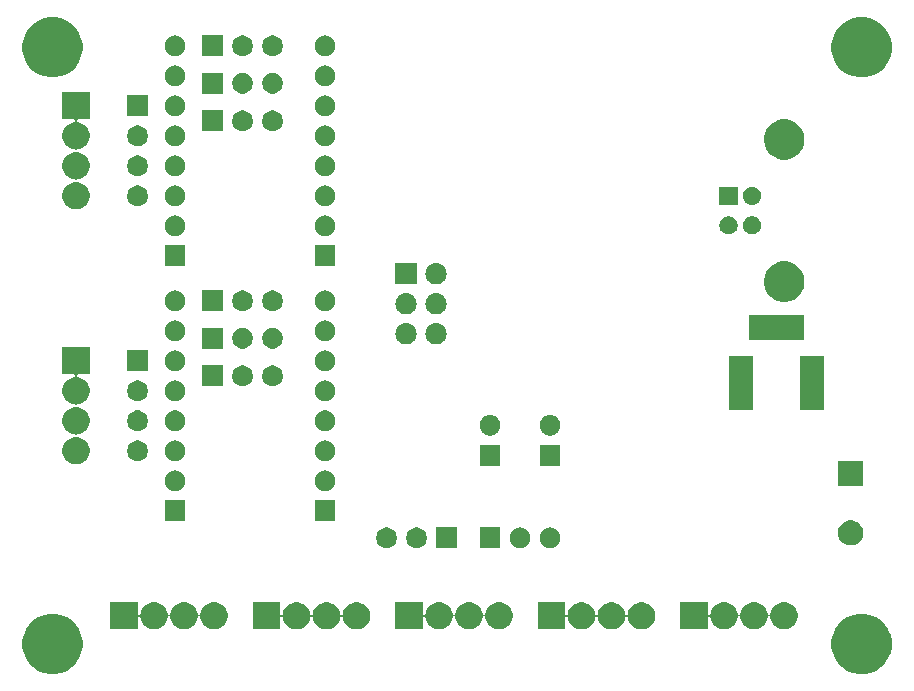
<source format=gbr>
G04 #@! TF.GenerationSoftware,KiCad,Pcbnew,5.1.2-1.fc30*
G04 #@! TF.CreationDate,2019-09-11T07:26:08-04:00*
G04 #@! TF.ProjectId,Platypus,506c6174-7970-4757-932e-6b696361645f,rev?*
G04 #@! TF.SameCoordinates,Original*
G04 #@! TF.FileFunction,Soldermask,Bot*
G04 #@! TF.FilePolarity,Negative*
%FSLAX46Y46*%
G04 Gerber Fmt 4.6, Leading zero omitted, Abs format (unit mm)*
G04 Created by KiCad (PCBNEW 5.1.2-1.fc30) date 2019-09-11 07:26:08*
%MOMM*%
%LPD*%
G04 APERTURE LIST*
%ADD10C,0.100000*%
G04 APERTURE END LIST*
D10*
G36*
X217494098Y-79297033D02*
G01*
X217956013Y-79488364D01*
X217958352Y-79489333D01*
X218376168Y-79768509D01*
X218731491Y-80123832D01*
X218970656Y-80481768D01*
X219010668Y-80541650D01*
X219202967Y-81005902D01*
X219301000Y-81498747D01*
X219301000Y-82001253D01*
X219202967Y-82494098D01*
X219010668Y-82958350D01*
X219010667Y-82958352D01*
X218731491Y-83376168D01*
X218376168Y-83731491D01*
X217958352Y-84010667D01*
X217958351Y-84010668D01*
X217958350Y-84010668D01*
X217494098Y-84202967D01*
X217001253Y-84301000D01*
X216498747Y-84301000D01*
X216005902Y-84202967D01*
X215541650Y-84010668D01*
X215541649Y-84010668D01*
X215541648Y-84010667D01*
X215123832Y-83731491D01*
X214768509Y-83376168D01*
X214489333Y-82958352D01*
X214489332Y-82958350D01*
X214297033Y-82494098D01*
X214199000Y-82001253D01*
X214199000Y-81498747D01*
X214297033Y-81005902D01*
X214489332Y-80541650D01*
X214529344Y-80481768D01*
X214768509Y-80123832D01*
X215123832Y-79768509D01*
X215541648Y-79489333D01*
X215543987Y-79488364D01*
X216005902Y-79297033D01*
X216498747Y-79199000D01*
X217001253Y-79199000D01*
X217494098Y-79297033D01*
X217494098Y-79297033D01*
G37*
G36*
X148994098Y-79297033D02*
G01*
X149456013Y-79488364D01*
X149458352Y-79489333D01*
X149876168Y-79768509D01*
X150231491Y-80123832D01*
X150470656Y-80481768D01*
X150510668Y-80541650D01*
X150702967Y-81005902D01*
X150801000Y-81498747D01*
X150801000Y-82001253D01*
X150702967Y-82494098D01*
X150510668Y-82958350D01*
X150510667Y-82958352D01*
X150231491Y-83376168D01*
X149876168Y-83731491D01*
X149458352Y-84010667D01*
X149458351Y-84010668D01*
X149458350Y-84010668D01*
X148994098Y-84202967D01*
X148501253Y-84301000D01*
X147998747Y-84301000D01*
X147505902Y-84202967D01*
X147041650Y-84010668D01*
X147041649Y-84010668D01*
X147041648Y-84010667D01*
X146623832Y-83731491D01*
X146268509Y-83376168D01*
X145989333Y-82958352D01*
X145989332Y-82958350D01*
X145797033Y-82494098D01*
X145699000Y-82001253D01*
X145699000Y-81498747D01*
X145797033Y-81005902D01*
X145989332Y-80541650D01*
X146029344Y-80481768D01*
X146268509Y-80123832D01*
X146623832Y-79768509D01*
X147041648Y-79489333D01*
X147043987Y-79488364D01*
X147505902Y-79297033D01*
X147998747Y-79199000D01*
X148501253Y-79199000D01*
X148994098Y-79297033D01*
X148994098Y-79297033D01*
G37*
G36*
X155456000Y-79189007D02*
G01*
X155458402Y-79213393D01*
X155465515Y-79236842D01*
X155477066Y-79258453D01*
X155492611Y-79277395D01*
X155511553Y-79292940D01*
X155533164Y-79304491D01*
X155556613Y-79311604D01*
X155580999Y-79314006D01*
X155605385Y-79311604D01*
X155628834Y-79304491D01*
X155650445Y-79292940D01*
X155669387Y-79277395D01*
X155684932Y-79258453D01*
X155696483Y-79236842D01*
X155703596Y-79213393D01*
X155738232Y-79039267D01*
X155824996Y-78829799D01*
X155824997Y-78829797D01*
X155950960Y-78641280D01*
X156111280Y-78480960D01*
X156299797Y-78354997D01*
X156509266Y-78268232D01*
X156620451Y-78246116D01*
X156731635Y-78224000D01*
X156958365Y-78224000D01*
X157069549Y-78246116D01*
X157180734Y-78268232D01*
X157390203Y-78354997D01*
X157578720Y-78480960D01*
X157739040Y-78641280D01*
X157865003Y-78829797D01*
X157865004Y-78829799D01*
X157951768Y-79039267D01*
X157992403Y-79243552D01*
X157999516Y-79267001D01*
X158011067Y-79288612D01*
X158026612Y-79307554D01*
X158045554Y-79323099D01*
X158067165Y-79334650D01*
X158090614Y-79341763D01*
X158115000Y-79344165D01*
X158139386Y-79341763D01*
X158162835Y-79334650D01*
X158184446Y-79323099D01*
X158203388Y-79307554D01*
X158218933Y-79288612D01*
X158230484Y-79267001D01*
X158237597Y-79243552D01*
X158278232Y-79039267D01*
X158364996Y-78829799D01*
X158364997Y-78829797D01*
X158490960Y-78641280D01*
X158651280Y-78480960D01*
X158839797Y-78354997D01*
X159049266Y-78268232D01*
X159160451Y-78246116D01*
X159271635Y-78224000D01*
X159498365Y-78224000D01*
X159609549Y-78246116D01*
X159720734Y-78268232D01*
X159930203Y-78354997D01*
X160118720Y-78480960D01*
X160279040Y-78641280D01*
X160405003Y-78829797D01*
X160405004Y-78829799D01*
X160491768Y-79039267D01*
X160532403Y-79243552D01*
X160539516Y-79267001D01*
X160551067Y-79288612D01*
X160566612Y-79307554D01*
X160585554Y-79323099D01*
X160607165Y-79334650D01*
X160630614Y-79341763D01*
X160655000Y-79344165D01*
X160679386Y-79341763D01*
X160702835Y-79334650D01*
X160724446Y-79323099D01*
X160743388Y-79307554D01*
X160758933Y-79288612D01*
X160770484Y-79267001D01*
X160777597Y-79243552D01*
X160818232Y-79039267D01*
X160904996Y-78829799D01*
X160904997Y-78829797D01*
X161030960Y-78641280D01*
X161191280Y-78480960D01*
X161379797Y-78354997D01*
X161589266Y-78268232D01*
X161700451Y-78246116D01*
X161811635Y-78224000D01*
X162038365Y-78224000D01*
X162149549Y-78246116D01*
X162260734Y-78268232D01*
X162470203Y-78354997D01*
X162658720Y-78480960D01*
X162819040Y-78641280D01*
X162945003Y-78829797D01*
X162945004Y-78829799D01*
X163031768Y-79039267D01*
X163076000Y-79261635D01*
X163076000Y-79488365D01*
X163075807Y-79489333D01*
X163031768Y-79710734D01*
X162945003Y-79920203D01*
X162819040Y-80108720D01*
X162658720Y-80269040D01*
X162470203Y-80395003D01*
X162260734Y-80481768D01*
X162149549Y-80503884D01*
X162038365Y-80526000D01*
X161811635Y-80526000D01*
X161700451Y-80503884D01*
X161589266Y-80481768D01*
X161379797Y-80395003D01*
X161191280Y-80269040D01*
X161030960Y-80108720D01*
X160904997Y-79920203D01*
X160818232Y-79710734D01*
X160777597Y-79506448D01*
X160770484Y-79482999D01*
X160758933Y-79461388D01*
X160743388Y-79442446D01*
X160724446Y-79426901D01*
X160702835Y-79415350D01*
X160679386Y-79408237D01*
X160655000Y-79405835D01*
X160630614Y-79408237D01*
X160607165Y-79415350D01*
X160585554Y-79426901D01*
X160566612Y-79442446D01*
X160551067Y-79461388D01*
X160539516Y-79482999D01*
X160532403Y-79506448D01*
X160491768Y-79710734D01*
X160405003Y-79920203D01*
X160279040Y-80108720D01*
X160118720Y-80269040D01*
X159930203Y-80395003D01*
X159720734Y-80481768D01*
X159609549Y-80503884D01*
X159498365Y-80526000D01*
X159271635Y-80526000D01*
X159160451Y-80503884D01*
X159049266Y-80481768D01*
X158839797Y-80395003D01*
X158651280Y-80269040D01*
X158490960Y-80108720D01*
X158364997Y-79920203D01*
X158278232Y-79710734D01*
X158237597Y-79506448D01*
X158230484Y-79482999D01*
X158218933Y-79461388D01*
X158203388Y-79442446D01*
X158184446Y-79426901D01*
X158162835Y-79415350D01*
X158139386Y-79408237D01*
X158115000Y-79405835D01*
X158090614Y-79408237D01*
X158067165Y-79415350D01*
X158045554Y-79426901D01*
X158026612Y-79442446D01*
X158011067Y-79461388D01*
X157999516Y-79482999D01*
X157992403Y-79506448D01*
X157951768Y-79710734D01*
X157865003Y-79920203D01*
X157739040Y-80108720D01*
X157578720Y-80269040D01*
X157390203Y-80395003D01*
X157180734Y-80481768D01*
X157069549Y-80503884D01*
X156958365Y-80526000D01*
X156731635Y-80526000D01*
X156620451Y-80503884D01*
X156509266Y-80481768D01*
X156299797Y-80395003D01*
X156111280Y-80269040D01*
X155950960Y-80108720D01*
X155824997Y-79920203D01*
X155738232Y-79710734D01*
X155703596Y-79536607D01*
X155696483Y-79513158D01*
X155684932Y-79491547D01*
X155669387Y-79472605D01*
X155650445Y-79457060D01*
X155628834Y-79445509D01*
X155605385Y-79438396D01*
X155580999Y-79435994D01*
X155556613Y-79438396D01*
X155533164Y-79445509D01*
X155511553Y-79457060D01*
X155492611Y-79472605D01*
X155477066Y-79491547D01*
X155465515Y-79513158D01*
X155458402Y-79536607D01*
X155456000Y-79560993D01*
X155456000Y-80526000D01*
X153154000Y-80526000D01*
X153154000Y-78224000D01*
X155456000Y-78224000D01*
X155456000Y-79189007D01*
X155456000Y-79189007D01*
G37*
G36*
X179586000Y-79189007D02*
G01*
X179588402Y-79213393D01*
X179595515Y-79236842D01*
X179607066Y-79258453D01*
X179622611Y-79277395D01*
X179641553Y-79292940D01*
X179663164Y-79304491D01*
X179686613Y-79311604D01*
X179710999Y-79314006D01*
X179735385Y-79311604D01*
X179758834Y-79304491D01*
X179780445Y-79292940D01*
X179799387Y-79277395D01*
X179814932Y-79258453D01*
X179826483Y-79236842D01*
X179833596Y-79213393D01*
X179868232Y-79039267D01*
X179954996Y-78829799D01*
X179954997Y-78829797D01*
X180080960Y-78641280D01*
X180241280Y-78480960D01*
X180429797Y-78354997D01*
X180639266Y-78268232D01*
X180750451Y-78246116D01*
X180861635Y-78224000D01*
X181088365Y-78224000D01*
X181199549Y-78246116D01*
X181310734Y-78268232D01*
X181520203Y-78354997D01*
X181708720Y-78480960D01*
X181869040Y-78641280D01*
X181995003Y-78829797D01*
X181995004Y-78829799D01*
X182081768Y-79039267D01*
X182122403Y-79243552D01*
X182129516Y-79267001D01*
X182141067Y-79288612D01*
X182156612Y-79307554D01*
X182175554Y-79323099D01*
X182197165Y-79334650D01*
X182220614Y-79341763D01*
X182245000Y-79344165D01*
X182269386Y-79341763D01*
X182292835Y-79334650D01*
X182314446Y-79323099D01*
X182333388Y-79307554D01*
X182348933Y-79288612D01*
X182360484Y-79267001D01*
X182367597Y-79243552D01*
X182408232Y-79039267D01*
X182494996Y-78829799D01*
X182494997Y-78829797D01*
X182620960Y-78641280D01*
X182781280Y-78480960D01*
X182969797Y-78354997D01*
X183179266Y-78268232D01*
X183290451Y-78246116D01*
X183401635Y-78224000D01*
X183628365Y-78224000D01*
X183739549Y-78246116D01*
X183850734Y-78268232D01*
X184060203Y-78354997D01*
X184248720Y-78480960D01*
X184409040Y-78641280D01*
X184535003Y-78829797D01*
X184535004Y-78829799D01*
X184621768Y-79039267D01*
X184662403Y-79243552D01*
X184669516Y-79267001D01*
X184681067Y-79288612D01*
X184696612Y-79307554D01*
X184715554Y-79323099D01*
X184737165Y-79334650D01*
X184760614Y-79341763D01*
X184785000Y-79344165D01*
X184809386Y-79341763D01*
X184832835Y-79334650D01*
X184854446Y-79323099D01*
X184873388Y-79307554D01*
X184888933Y-79288612D01*
X184900484Y-79267001D01*
X184907597Y-79243552D01*
X184948232Y-79039267D01*
X185034996Y-78829799D01*
X185034997Y-78829797D01*
X185160960Y-78641280D01*
X185321280Y-78480960D01*
X185509797Y-78354997D01*
X185719266Y-78268232D01*
X185830451Y-78246116D01*
X185941635Y-78224000D01*
X186168365Y-78224000D01*
X186279549Y-78246116D01*
X186390734Y-78268232D01*
X186600203Y-78354997D01*
X186788720Y-78480960D01*
X186949040Y-78641280D01*
X187075003Y-78829797D01*
X187075004Y-78829799D01*
X187161768Y-79039267D01*
X187206000Y-79261635D01*
X187206000Y-79488365D01*
X187205807Y-79489333D01*
X187161768Y-79710734D01*
X187075003Y-79920203D01*
X186949040Y-80108720D01*
X186788720Y-80269040D01*
X186600203Y-80395003D01*
X186390734Y-80481768D01*
X186279549Y-80503884D01*
X186168365Y-80526000D01*
X185941635Y-80526000D01*
X185830451Y-80503884D01*
X185719266Y-80481768D01*
X185509797Y-80395003D01*
X185321280Y-80269040D01*
X185160960Y-80108720D01*
X185034997Y-79920203D01*
X184948232Y-79710734D01*
X184907597Y-79506448D01*
X184900484Y-79482999D01*
X184888933Y-79461388D01*
X184873388Y-79442446D01*
X184854446Y-79426901D01*
X184832835Y-79415350D01*
X184809386Y-79408237D01*
X184785000Y-79405835D01*
X184760614Y-79408237D01*
X184737165Y-79415350D01*
X184715554Y-79426901D01*
X184696612Y-79442446D01*
X184681067Y-79461388D01*
X184669516Y-79482999D01*
X184662403Y-79506448D01*
X184621768Y-79710734D01*
X184535003Y-79920203D01*
X184409040Y-80108720D01*
X184248720Y-80269040D01*
X184060203Y-80395003D01*
X183850734Y-80481768D01*
X183739549Y-80503884D01*
X183628365Y-80526000D01*
X183401635Y-80526000D01*
X183290451Y-80503884D01*
X183179266Y-80481768D01*
X182969797Y-80395003D01*
X182781280Y-80269040D01*
X182620960Y-80108720D01*
X182494997Y-79920203D01*
X182408232Y-79710734D01*
X182367597Y-79506448D01*
X182360484Y-79482999D01*
X182348933Y-79461388D01*
X182333388Y-79442446D01*
X182314446Y-79426901D01*
X182292835Y-79415350D01*
X182269386Y-79408237D01*
X182245000Y-79405835D01*
X182220614Y-79408237D01*
X182197165Y-79415350D01*
X182175554Y-79426901D01*
X182156612Y-79442446D01*
X182141067Y-79461388D01*
X182129516Y-79482999D01*
X182122403Y-79506448D01*
X182081768Y-79710734D01*
X181995003Y-79920203D01*
X181869040Y-80108720D01*
X181708720Y-80269040D01*
X181520203Y-80395003D01*
X181310734Y-80481768D01*
X181199549Y-80503884D01*
X181088365Y-80526000D01*
X180861635Y-80526000D01*
X180750451Y-80503884D01*
X180639266Y-80481768D01*
X180429797Y-80395003D01*
X180241280Y-80269040D01*
X180080960Y-80108720D01*
X179954997Y-79920203D01*
X179868232Y-79710734D01*
X179833596Y-79536607D01*
X179826483Y-79513158D01*
X179814932Y-79491547D01*
X179799387Y-79472605D01*
X179780445Y-79457060D01*
X179758834Y-79445509D01*
X179735385Y-79438396D01*
X179710999Y-79435994D01*
X179686613Y-79438396D01*
X179663164Y-79445509D01*
X179641553Y-79457060D01*
X179622611Y-79472605D01*
X179607066Y-79491547D01*
X179595515Y-79513158D01*
X179588402Y-79536607D01*
X179586000Y-79560993D01*
X179586000Y-80526000D01*
X177284000Y-80526000D01*
X177284000Y-78224000D01*
X179586000Y-78224000D01*
X179586000Y-79189007D01*
X179586000Y-79189007D01*
G37*
G36*
X191651000Y-79189007D02*
G01*
X191653402Y-79213393D01*
X191660515Y-79236842D01*
X191672066Y-79258453D01*
X191687611Y-79277395D01*
X191706553Y-79292940D01*
X191728164Y-79304491D01*
X191751613Y-79311604D01*
X191775999Y-79314006D01*
X191800385Y-79311604D01*
X191823834Y-79304491D01*
X191845445Y-79292940D01*
X191864387Y-79277395D01*
X191879932Y-79258453D01*
X191891483Y-79236842D01*
X191898596Y-79213393D01*
X191933232Y-79039267D01*
X192019996Y-78829799D01*
X192019997Y-78829797D01*
X192145960Y-78641280D01*
X192306280Y-78480960D01*
X192494797Y-78354997D01*
X192704266Y-78268232D01*
X192815451Y-78246116D01*
X192926635Y-78224000D01*
X193153365Y-78224000D01*
X193264549Y-78246116D01*
X193375734Y-78268232D01*
X193585203Y-78354997D01*
X193773720Y-78480960D01*
X193934040Y-78641280D01*
X194060003Y-78829797D01*
X194060004Y-78829799D01*
X194146768Y-79039267D01*
X194187403Y-79243552D01*
X194194516Y-79267001D01*
X194206067Y-79288612D01*
X194221612Y-79307554D01*
X194240554Y-79323099D01*
X194262165Y-79334650D01*
X194285614Y-79341763D01*
X194310000Y-79344165D01*
X194334386Y-79341763D01*
X194357835Y-79334650D01*
X194379446Y-79323099D01*
X194398388Y-79307554D01*
X194413933Y-79288612D01*
X194425484Y-79267001D01*
X194432597Y-79243552D01*
X194473232Y-79039267D01*
X194559996Y-78829799D01*
X194559997Y-78829797D01*
X194685960Y-78641280D01*
X194846280Y-78480960D01*
X195034797Y-78354997D01*
X195244266Y-78268232D01*
X195355451Y-78246116D01*
X195466635Y-78224000D01*
X195693365Y-78224000D01*
X195804549Y-78246116D01*
X195915734Y-78268232D01*
X196125203Y-78354997D01*
X196313720Y-78480960D01*
X196474040Y-78641280D01*
X196600003Y-78829797D01*
X196600004Y-78829799D01*
X196686768Y-79039267D01*
X196727403Y-79243552D01*
X196734516Y-79267001D01*
X196746067Y-79288612D01*
X196761612Y-79307554D01*
X196780554Y-79323099D01*
X196802165Y-79334650D01*
X196825614Y-79341763D01*
X196850000Y-79344165D01*
X196874386Y-79341763D01*
X196897835Y-79334650D01*
X196919446Y-79323099D01*
X196938388Y-79307554D01*
X196953933Y-79288612D01*
X196965484Y-79267001D01*
X196972597Y-79243552D01*
X197013232Y-79039267D01*
X197099996Y-78829799D01*
X197099997Y-78829797D01*
X197225960Y-78641280D01*
X197386280Y-78480960D01*
X197574797Y-78354997D01*
X197784266Y-78268232D01*
X197895451Y-78246116D01*
X198006635Y-78224000D01*
X198233365Y-78224000D01*
X198344549Y-78246116D01*
X198455734Y-78268232D01*
X198665203Y-78354997D01*
X198853720Y-78480960D01*
X199014040Y-78641280D01*
X199140003Y-78829797D01*
X199140004Y-78829799D01*
X199226768Y-79039267D01*
X199271000Y-79261635D01*
X199271000Y-79488365D01*
X199270807Y-79489333D01*
X199226768Y-79710734D01*
X199140003Y-79920203D01*
X199014040Y-80108720D01*
X198853720Y-80269040D01*
X198665203Y-80395003D01*
X198455734Y-80481768D01*
X198344549Y-80503884D01*
X198233365Y-80526000D01*
X198006635Y-80526000D01*
X197895451Y-80503884D01*
X197784266Y-80481768D01*
X197574797Y-80395003D01*
X197386280Y-80269040D01*
X197225960Y-80108720D01*
X197099997Y-79920203D01*
X197013232Y-79710734D01*
X196972597Y-79506448D01*
X196965484Y-79482999D01*
X196953933Y-79461388D01*
X196938388Y-79442446D01*
X196919446Y-79426901D01*
X196897835Y-79415350D01*
X196874386Y-79408237D01*
X196850000Y-79405835D01*
X196825614Y-79408237D01*
X196802165Y-79415350D01*
X196780554Y-79426901D01*
X196761612Y-79442446D01*
X196746067Y-79461388D01*
X196734516Y-79482999D01*
X196727403Y-79506448D01*
X196686768Y-79710734D01*
X196600003Y-79920203D01*
X196474040Y-80108720D01*
X196313720Y-80269040D01*
X196125203Y-80395003D01*
X195915734Y-80481768D01*
X195804549Y-80503884D01*
X195693365Y-80526000D01*
X195466635Y-80526000D01*
X195355451Y-80503884D01*
X195244266Y-80481768D01*
X195034797Y-80395003D01*
X194846280Y-80269040D01*
X194685960Y-80108720D01*
X194559997Y-79920203D01*
X194473232Y-79710734D01*
X194432597Y-79506448D01*
X194425484Y-79482999D01*
X194413933Y-79461388D01*
X194398388Y-79442446D01*
X194379446Y-79426901D01*
X194357835Y-79415350D01*
X194334386Y-79408237D01*
X194310000Y-79405835D01*
X194285614Y-79408237D01*
X194262165Y-79415350D01*
X194240554Y-79426901D01*
X194221612Y-79442446D01*
X194206067Y-79461388D01*
X194194516Y-79482999D01*
X194187403Y-79506448D01*
X194146768Y-79710734D01*
X194060003Y-79920203D01*
X193934040Y-80108720D01*
X193773720Y-80269040D01*
X193585203Y-80395003D01*
X193375734Y-80481768D01*
X193264549Y-80503884D01*
X193153365Y-80526000D01*
X192926635Y-80526000D01*
X192815451Y-80503884D01*
X192704266Y-80481768D01*
X192494797Y-80395003D01*
X192306280Y-80269040D01*
X192145960Y-80108720D01*
X192019997Y-79920203D01*
X191933232Y-79710734D01*
X191898596Y-79536607D01*
X191891483Y-79513158D01*
X191879932Y-79491547D01*
X191864387Y-79472605D01*
X191845445Y-79457060D01*
X191823834Y-79445509D01*
X191800385Y-79438396D01*
X191775999Y-79435994D01*
X191751613Y-79438396D01*
X191728164Y-79445509D01*
X191706553Y-79457060D01*
X191687611Y-79472605D01*
X191672066Y-79491547D01*
X191660515Y-79513158D01*
X191653402Y-79536607D01*
X191651000Y-79560993D01*
X191651000Y-80526000D01*
X189349000Y-80526000D01*
X189349000Y-78224000D01*
X191651000Y-78224000D01*
X191651000Y-79189007D01*
X191651000Y-79189007D01*
G37*
G36*
X203716000Y-79189007D02*
G01*
X203718402Y-79213393D01*
X203725515Y-79236842D01*
X203737066Y-79258453D01*
X203752611Y-79277395D01*
X203771553Y-79292940D01*
X203793164Y-79304491D01*
X203816613Y-79311604D01*
X203840999Y-79314006D01*
X203865385Y-79311604D01*
X203888834Y-79304491D01*
X203910445Y-79292940D01*
X203929387Y-79277395D01*
X203944932Y-79258453D01*
X203956483Y-79236842D01*
X203963596Y-79213393D01*
X203998232Y-79039267D01*
X204084996Y-78829799D01*
X204084997Y-78829797D01*
X204210960Y-78641280D01*
X204371280Y-78480960D01*
X204559797Y-78354997D01*
X204769266Y-78268232D01*
X204880451Y-78246116D01*
X204991635Y-78224000D01*
X205218365Y-78224000D01*
X205329549Y-78246116D01*
X205440734Y-78268232D01*
X205650203Y-78354997D01*
X205838720Y-78480960D01*
X205999040Y-78641280D01*
X206125003Y-78829797D01*
X206125004Y-78829799D01*
X206211768Y-79039267D01*
X206252403Y-79243552D01*
X206259516Y-79267001D01*
X206271067Y-79288612D01*
X206286612Y-79307554D01*
X206305554Y-79323099D01*
X206327165Y-79334650D01*
X206350614Y-79341763D01*
X206375000Y-79344165D01*
X206399386Y-79341763D01*
X206422835Y-79334650D01*
X206444446Y-79323099D01*
X206463388Y-79307554D01*
X206478933Y-79288612D01*
X206490484Y-79267001D01*
X206497597Y-79243552D01*
X206538232Y-79039267D01*
X206624996Y-78829799D01*
X206624997Y-78829797D01*
X206750960Y-78641280D01*
X206911280Y-78480960D01*
X207099797Y-78354997D01*
X207309266Y-78268232D01*
X207420451Y-78246116D01*
X207531635Y-78224000D01*
X207758365Y-78224000D01*
X207869549Y-78246116D01*
X207980734Y-78268232D01*
X208190203Y-78354997D01*
X208378720Y-78480960D01*
X208539040Y-78641280D01*
X208665003Y-78829797D01*
X208665004Y-78829799D01*
X208751768Y-79039267D01*
X208792403Y-79243552D01*
X208799516Y-79267001D01*
X208811067Y-79288612D01*
X208826612Y-79307554D01*
X208845554Y-79323099D01*
X208867165Y-79334650D01*
X208890614Y-79341763D01*
X208915000Y-79344165D01*
X208939386Y-79341763D01*
X208962835Y-79334650D01*
X208984446Y-79323099D01*
X209003388Y-79307554D01*
X209018933Y-79288612D01*
X209030484Y-79267001D01*
X209037597Y-79243552D01*
X209078232Y-79039267D01*
X209164996Y-78829799D01*
X209164997Y-78829797D01*
X209290960Y-78641280D01*
X209451280Y-78480960D01*
X209639797Y-78354997D01*
X209849266Y-78268232D01*
X209960451Y-78246116D01*
X210071635Y-78224000D01*
X210298365Y-78224000D01*
X210409549Y-78246116D01*
X210520734Y-78268232D01*
X210730203Y-78354997D01*
X210918720Y-78480960D01*
X211079040Y-78641280D01*
X211205003Y-78829797D01*
X211205004Y-78829799D01*
X211291768Y-79039267D01*
X211336000Y-79261635D01*
X211336000Y-79488365D01*
X211335807Y-79489333D01*
X211291768Y-79710734D01*
X211205003Y-79920203D01*
X211079040Y-80108720D01*
X210918720Y-80269040D01*
X210730203Y-80395003D01*
X210520734Y-80481768D01*
X210409549Y-80503884D01*
X210298365Y-80526000D01*
X210071635Y-80526000D01*
X209960451Y-80503884D01*
X209849266Y-80481768D01*
X209639797Y-80395003D01*
X209451280Y-80269040D01*
X209290960Y-80108720D01*
X209164997Y-79920203D01*
X209078232Y-79710734D01*
X209037597Y-79506448D01*
X209030484Y-79482999D01*
X209018933Y-79461388D01*
X209003388Y-79442446D01*
X208984446Y-79426901D01*
X208962835Y-79415350D01*
X208939386Y-79408237D01*
X208915000Y-79405835D01*
X208890614Y-79408237D01*
X208867165Y-79415350D01*
X208845554Y-79426901D01*
X208826612Y-79442446D01*
X208811067Y-79461388D01*
X208799516Y-79482999D01*
X208792403Y-79506448D01*
X208751768Y-79710734D01*
X208665003Y-79920203D01*
X208539040Y-80108720D01*
X208378720Y-80269040D01*
X208190203Y-80395003D01*
X207980734Y-80481768D01*
X207869549Y-80503884D01*
X207758365Y-80526000D01*
X207531635Y-80526000D01*
X207420451Y-80503884D01*
X207309266Y-80481768D01*
X207099797Y-80395003D01*
X206911280Y-80269040D01*
X206750960Y-80108720D01*
X206624997Y-79920203D01*
X206538232Y-79710734D01*
X206497597Y-79506448D01*
X206490484Y-79482999D01*
X206478933Y-79461388D01*
X206463388Y-79442446D01*
X206444446Y-79426901D01*
X206422835Y-79415350D01*
X206399386Y-79408237D01*
X206375000Y-79405835D01*
X206350614Y-79408237D01*
X206327165Y-79415350D01*
X206305554Y-79426901D01*
X206286612Y-79442446D01*
X206271067Y-79461388D01*
X206259516Y-79482999D01*
X206252403Y-79506448D01*
X206211768Y-79710734D01*
X206125003Y-79920203D01*
X205999040Y-80108720D01*
X205838720Y-80269040D01*
X205650203Y-80395003D01*
X205440734Y-80481768D01*
X205329549Y-80503884D01*
X205218365Y-80526000D01*
X204991635Y-80526000D01*
X204880451Y-80503884D01*
X204769266Y-80481768D01*
X204559797Y-80395003D01*
X204371280Y-80269040D01*
X204210960Y-80108720D01*
X204084997Y-79920203D01*
X203998232Y-79710734D01*
X203963596Y-79536607D01*
X203956483Y-79513158D01*
X203944932Y-79491547D01*
X203929387Y-79472605D01*
X203910445Y-79457060D01*
X203888834Y-79445509D01*
X203865385Y-79438396D01*
X203840999Y-79435994D01*
X203816613Y-79438396D01*
X203793164Y-79445509D01*
X203771553Y-79457060D01*
X203752611Y-79472605D01*
X203737066Y-79491547D01*
X203725515Y-79513158D01*
X203718402Y-79536607D01*
X203716000Y-79560993D01*
X203716000Y-80526000D01*
X201414000Y-80526000D01*
X201414000Y-78224000D01*
X203716000Y-78224000D01*
X203716000Y-79189007D01*
X203716000Y-79189007D01*
G37*
G36*
X167521000Y-79189007D02*
G01*
X167523402Y-79213393D01*
X167530515Y-79236842D01*
X167542066Y-79258453D01*
X167557611Y-79277395D01*
X167576553Y-79292940D01*
X167598164Y-79304491D01*
X167621613Y-79311604D01*
X167645999Y-79314006D01*
X167670385Y-79311604D01*
X167693834Y-79304491D01*
X167715445Y-79292940D01*
X167734387Y-79277395D01*
X167749932Y-79258453D01*
X167761483Y-79236842D01*
X167768596Y-79213393D01*
X167803232Y-79039267D01*
X167889996Y-78829799D01*
X167889997Y-78829797D01*
X168015960Y-78641280D01*
X168176280Y-78480960D01*
X168364797Y-78354997D01*
X168574266Y-78268232D01*
X168685451Y-78246116D01*
X168796635Y-78224000D01*
X169023365Y-78224000D01*
X169134549Y-78246116D01*
X169245734Y-78268232D01*
X169455203Y-78354997D01*
X169643720Y-78480960D01*
X169804040Y-78641280D01*
X169930003Y-78829797D01*
X169930004Y-78829799D01*
X170016768Y-79039267D01*
X170057403Y-79243552D01*
X170064516Y-79267001D01*
X170076067Y-79288612D01*
X170091612Y-79307554D01*
X170110554Y-79323099D01*
X170132165Y-79334650D01*
X170155614Y-79341763D01*
X170180000Y-79344165D01*
X170204386Y-79341763D01*
X170227835Y-79334650D01*
X170249446Y-79323099D01*
X170268388Y-79307554D01*
X170283933Y-79288612D01*
X170295484Y-79267001D01*
X170302597Y-79243552D01*
X170343232Y-79039267D01*
X170429996Y-78829799D01*
X170429997Y-78829797D01*
X170555960Y-78641280D01*
X170716280Y-78480960D01*
X170904797Y-78354997D01*
X171114266Y-78268232D01*
X171225451Y-78246116D01*
X171336635Y-78224000D01*
X171563365Y-78224000D01*
X171674549Y-78246116D01*
X171785734Y-78268232D01*
X171995203Y-78354997D01*
X172183720Y-78480960D01*
X172344040Y-78641280D01*
X172470003Y-78829797D01*
X172470004Y-78829799D01*
X172556768Y-79039267D01*
X172597403Y-79243552D01*
X172604516Y-79267001D01*
X172616067Y-79288612D01*
X172631612Y-79307554D01*
X172650554Y-79323099D01*
X172672165Y-79334650D01*
X172695614Y-79341763D01*
X172720000Y-79344165D01*
X172744386Y-79341763D01*
X172767835Y-79334650D01*
X172789446Y-79323099D01*
X172808388Y-79307554D01*
X172823933Y-79288612D01*
X172835484Y-79267001D01*
X172842597Y-79243552D01*
X172883232Y-79039267D01*
X172969996Y-78829799D01*
X172969997Y-78829797D01*
X173095960Y-78641280D01*
X173256280Y-78480960D01*
X173444797Y-78354997D01*
X173654266Y-78268232D01*
X173765451Y-78246116D01*
X173876635Y-78224000D01*
X174103365Y-78224000D01*
X174214549Y-78246116D01*
X174325734Y-78268232D01*
X174535203Y-78354997D01*
X174723720Y-78480960D01*
X174884040Y-78641280D01*
X175010003Y-78829797D01*
X175010004Y-78829799D01*
X175096768Y-79039267D01*
X175141000Y-79261635D01*
X175141000Y-79488365D01*
X175140807Y-79489333D01*
X175096768Y-79710734D01*
X175010003Y-79920203D01*
X174884040Y-80108720D01*
X174723720Y-80269040D01*
X174535203Y-80395003D01*
X174325734Y-80481768D01*
X174214549Y-80503884D01*
X174103365Y-80526000D01*
X173876635Y-80526000D01*
X173765451Y-80503884D01*
X173654266Y-80481768D01*
X173444797Y-80395003D01*
X173256280Y-80269040D01*
X173095960Y-80108720D01*
X172969997Y-79920203D01*
X172883232Y-79710734D01*
X172842597Y-79506448D01*
X172835484Y-79482999D01*
X172823933Y-79461388D01*
X172808388Y-79442446D01*
X172789446Y-79426901D01*
X172767835Y-79415350D01*
X172744386Y-79408237D01*
X172720000Y-79405835D01*
X172695614Y-79408237D01*
X172672165Y-79415350D01*
X172650554Y-79426901D01*
X172631612Y-79442446D01*
X172616067Y-79461388D01*
X172604516Y-79482999D01*
X172597403Y-79506448D01*
X172556768Y-79710734D01*
X172470003Y-79920203D01*
X172344040Y-80108720D01*
X172183720Y-80269040D01*
X171995203Y-80395003D01*
X171785734Y-80481768D01*
X171674549Y-80503884D01*
X171563365Y-80526000D01*
X171336635Y-80526000D01*
X171225451Y-80503884D01*
X171114266Y-80481768D01*
X170904797Y-80395003D01*
X170716280Y-80269040D01*
X170555960Y-80108720D01*
X170429997Y-79920203D01*
X170343232Y-79710734D01*
X170302597Y-79506448D01*
X170295484Y-79482999D01*
X170283933Y-79461388D01*
X170268388Y-79442446D01*
X170249446Y-79426901D01*
X170227835Y-79415350D01*
X170204386Y-79408237D01*
X170180000Y-79405835D01*
X170155614Y-79408237D01*
X170132165Y-79415350D01*
X170110554Y-79426901D01*
X170091612Y-79442446D01*
X170076067Y-79461388D01*
X170064516Y-79482999D01*
X170057403Y-79506448D01*
X170016768Y-79710734D01*
X169930003Y-79920203D01*
X169804040Y-80108720D01*
X169643720Y-80269040D01*
X169455203Y-80395003D01*
X169245734Y-80481768D01*
X169134549Y-80503884D01*
X169023365Y-80526000D01*
X168796635Y-80526000D01*
X168685451Y-80503884D01*
X168574266Y-80481768D01*
X168364797Y-80395003D01*
X168176280Y-80269040D01*
X168015960Y-80108720D01*
X167889997Y-79920203D01*
X167803232Y-79710734D01*
X167768596Y-79536607D01*
X167761483Y-79513158D01*
X167749932Y-79491547D01*
X167734387Y-79472605D01*
X167715445Y-79457060D01*
X167693834Y-79445509D01*
X167670385Y-79438396D01*
X167645999Y-79435994D01*
X167621613Y-79438396D01*
X167598164Y-79445509D01*
X167576553Y-79457060D01*
X167557611Y-79472605D01*
X167542066Y-79491547D01*
X167530515Y-79513158D01*
X167523402Y-79536607D01*
X167521000Y-79560993D01*
X167521000Y-80526000D01*
X165219000Y-80526000D01*
X165219000Y-78224000D01*
X167521000Y-78224000D01*
X167521000Y-79189007D01*
X167521000Y-79189007D01*
G37*
G36*
X179240997Y-71911342D02*
G01*
X179325666Y-71928183D01*
X179391738Y-71955551D01*
X179485177Y-71994255D01*
X179628736Y-72090178D01*
X179750822Y-72212264D01*
X179846745Y-72355823D01*
X179885449Y-72449262D01*
X179912817Y-72515334D01*
X179946500Y-72684672D01*
X179946500Y-72857328D01*
X179912817Y-73026666D01*
X179911364Y-73030173D01*
X179846745Y-73186177D01*
X179750822Y-73329736D01*
X179628736Y-73451822D01*
X179485177Y-73547745D01*
X179391738Y-73586449D01*
X179325666Y-73613817D01*
X179240997Y-73630658D01*
X179156329Y-73647500D01*
X178983671Y-73647500D01*
X178899003Y-73630659D01*
X178814334Y-73613817D01*
X178748262Y-73586449D01*
X178654823Y-73547745D01*
X178511264Y-73451822D01*
X178389178Y-73329736D01*
X178293255Y-73186177D01*
X178228636Y-73030173D01*
X178227183Y-73026666D01*
X178193500Y-72857328D01*
X178193500Y-72684672D01*
X178227183Y-72515334D01*
X178254551Y-72449262D01*
X178293255Y-72355823D01*
X178389178Y-72212264D01*
X178511264Y-72090178D01*
X178654823Y-71994255D01*
X178748262Y-71955551D01*
X178814334Y-71928183D01*
X178899003Y-71911342D01*
X178983671Y-71894500D01*
X179156329Y-71894500D01*
X179240997Y-71911342D01*
X179240997Y-71911342D01*
G37*
G36*
X190543997Y-71911342D02*
G01*
X190628666Y-71928183D01*
X190694738Y-71955551D01*
X190788177Y-71994255D01*
X190931736Y-72090178D01*
X191053822Y-72212264D01*
X191149745Y-72355823D01*
X191188449Y-72449262D01*
X191215817Y-72515334D01*
X191249500Y-72684672D01*
X191249500Y-72857328D01*
X191215817Y-73026666D01*
X191214364Y-73030173D01*
X191149745Y-73186177D01*
X191053822Y-73329736D01*
X190931736Y-73451822D01*
X190788177Y-73547745D01*
X190694738Y-73586449D01*
X190628666Y-73613817D01*
X190543997Y-73630658D01*
X190459329Y-73647500D01*
X190286671Y-73647500D01*
X190202003Y-73630659D01*
X190117334Y-73613817D01*
X190051262Y-73586449D01*
X189957823Y-73547745D01*
X189814264Y-73451822D01*
X189692178Y-73329736D01*
X189596255Y-73186177D01*
X189531636Y-73030173D01*
X189530183Y-73026666D01*
X189496500Y-72857328D01*
X189496500Y-72684672D01*
X189530183Y-72515334D01*
X189557551Y-72449262D01*
X189596255Y-72355823D01*
X189692178Y-72212264D01*
X189814264Y-72090178D01*
X189957823Y-71994255D01*
X190051262Y-71955551D01*
X190117334Y-71928183D01*
X190202003Y-71911342D01*
X190286671Y-71894500D01*
X190459329Y-71894500D01*
X190543997Y-71911342D01*
X190543997Y-71911342D01*
G37*
G36*
X176700997Y-71911342D02*
G01*
X176785666Y-71928183D01*
X176851738Y-71955551D01*
X176945177Y-71994255D01*
X177088736Y-72090178D01*
X177210822Y-72212264D01*
X177306745Y-72355823D01*
X177345449Y-72449262D01*
X177372817Y-72515334D01*
X177406500Y-72684672D01*
X177406500Y-72857328D01*
X177372817Y-73026666D01*
X177371364Y-73030173D01*
X177306745Y-73186177D01*
X177210822Y-73329736D01*
X177088736Y-73451822D01*
X176945177Y-73547745D01*
X176851738Y-73586449D01*
X176785666Y-73613817D01*
X176700997Y-73630658D01*
X176616329Y-73647500D01*
X176443671Y-73647500D01*
X176359003Y-73630659D01*
X176274334Y-73613817D01*
X176208262Y-73586449D01*
X176114823Y-73547745D01*
X175971264Y-73451822D01*
X175849178Y-73329736D01*
X175753255Y-73186177D01*
X175688636Y-73030173D01*
X175687183Y-73026666D01*
X175653500Y-72857328D01*
X175653500Y-72684672D01*
X175687183Y-72515334D01*
X175714551Y-72449262D01*
X175753255Y-72355823D01*
X175849178Y-72212264D01*
X175971264Y-72090178D01*
X176114823Y-71994255D01*
X176208262Y-71955551D01*
X176274334Y-71928183D01*
X176359003Y-71911342D01*
X176443671Y-71894500D01*
X176616329Y-71894500D01*
X176700997Y-71911342D01*
X176700997Y-71911342D01*
G37*
G36*
X182486500Y-73647500D02*
G01*
X180733500Y-73647500D01*
X180733500Y-71894500D01*
X182486500Y-71894500D01*
X182486500Y-73647500D01*
X182486500Y-73647500D01*
G37*
G36*
X186169500Y-73647500D02*
G01*
X184416500Y-73647500D01*
X184416500Y-71894500D01*
X186169500Y-71894500D01*
X186169500Y-73647500D01*
X186169500Y-73647500D01*
G37*
G36*
X188003997Y-71911342D02*
G01*
X188088666Y-71928183D01*
X188154738Y-71955551D01*
X188248177Y-71994255D01*
X188391736Y-72090178D01*
X188513822Y-72212264D01*
X188609745Y-72355823D01*
X188648449Y-72449262D01*
X188675817Y-72515334D01*
X188709500Y-72684672D01*
X188709500Y-72857328D01*
X188675817Y-73026666D01*
X188674364Y-73030173D01*
X188609745Y-73186177D01*
X188513822Y-73329736D01*
X188391736Y-73451822D01*
X188248177Y-73547745D01*
X188154738Y-73586449D01*
X188088666Y-73613817D01*
X188003997Y-73630658D01*
X187919329Y-73647500D01*
X187746671Y-73647500D01*
X187662003Y-73630659D01*
X187577334Y-73613817D01*
X187511262Y-73586449D01*
X187417823Y-73547745D01*
X187274264Y-73451822D01*
X187152178Y-73329736D01*
X187056255Y-73186177D01*
X186991636Y-73030173D01*
X186990183Y-73026666D01*
X186956500Y-72857328D01*
X186956500Y-72684672D01*
X186990183Y-72515334D01*
X187017551Y-72449262D01*
X187056255Y-72355823D01*
X187152178Y-72212264D01*
X187274264Y-72090178D01*
X187417823Y-71994255D01*
X187511262Y-71955551D01*
X187577334Y-71928183D01*
X187662003Y-71911342D01*
X187746671Y-71894500D01*
X187919329Y-71894500D01*
X188003997Y-71911342D01*
X188003997Y-71911342D01*
G37*
G36*
X216134231Y-71324003D02*
G01*
X216328412Y-71404436D01*
X216328414Y-71404437D01*
X216503173Y-71521207D01*
X216651793Y-71669827D01*
X216768563Y-71844586D01*
X216768564Y-71844588D01*
X216848997Y-72038769D01*
X216890000Y-72244908D01*
X216890000Y-72455092D01*
X216848997Y-72661231D01*
X216839287Y-72684672D01*
X216768563Y-72855414D01*
X216651793Y-73030173D01*
X216503173Y-73178793D01*
X216328414Y-73295563D01*
X216328413Y-73295564D01*
X216328412Y-73295564D01*
X216134231Y-73375997D01*
X215928092Y-73417000D01*
X215717908Y-73417000D01*
X215511769Y-73375997D01*
X215317588Y-73295564D01*
X215317587Y-73295564D01*
X215317586Y-73295563D01*
X215142827Y-73178793D01*
X214994207Y-73030173D01*
X214877437Y-72855414D01*
X214806713Y-72684672D01*
X214797003Y-72661231D01*
X214756000Y-72455092D01*
X214756000Y-72244908D01*
X214797003Y-72038769D01*
X214877436Y-71844588D01*
X214877437Y-71844586D01*
X214994207Y-71669827D01*
X215142827Y-71521207D01*
X215317586Y-71404437D01*
X215317588Y-71404436D01*
X215511769Y-71324003D01*
X215717908Y-71283000D01*
X215928092Y-71283000D01*
X216134231Y-71324003D01*
X216134231Y-71324003D01*
G37*
G36*
X172199500Y-71361500D02*
G01*
X170446500Y-71361500D01*
X170446500Y-69608500D01*
X172199500Y-69608500D01*
X172199500Y-71361500D01*
X172199500Y-71361500D01*
G37*
G36*
X159499500Y-71361500D02*
G01*
X157746500Y-71361500D01*
X157746500Y-69608500D01*
X159499500Y-69608500D01*
X159499500Y-71361500D01*
X159499500Y-71361500D01*
G37*
G36*
X171493997Y-67085341D02*
G01*
X171578666Y-67102183D01*
X171644738Y-67129551D01*
X171738177Y-67168255D01*
X171881736Y-67264178D01*
X172003822Y-67386264D01*
X172099745Y-67529823D01*
X172165817Y-67689335D01*
X172199500Y-67858671D01*
X172199500Y-68031329D01*
X172165817Y-68200665D01*
X172099745Y-68360177D01*
X172003822Y-68503736D01*
X171881736Y-68625822D01*
X171738177Y-68721745D01*
X171644738Y-68760449D01*
X171578666Y-68787817D01*
X171493997Y-68804659D01*
X171409329Y-68821500D01*
X171236671Y-68821500D01*
X171152003Y-68804659D01*
X171067334Y-68787817D01*
X171001262Y-68760449D01*
X170907823Y-68721745D01*
X170764264Y-68625822D01*
X170642178Y-68503736D01*
X170546255Y-68360177D01*
X170480183Y-68200665D01*
X170446500Y-68031329D01*
X170446500Y-67858671D01*
X170480183Y-67689335D01*
X170546255Y-67529823D01*
X170642178Y-67386264D01*
X170764264Y-67264178D01*
X170907823Y-67168255D01*
X171001262Y-67129551D01*
X171067334Y-67102183D01*
X171152003Y-67085341D01*
X171236671Y-67068500D01*
X171409329Y-67068500D01*
X171493997Y-67085341D01*
X171493997Y-67085341D01*
G37*
G36*
X158793997Y-67085341D02*
G01*
X158878666Y-67102183D01*
X158944738Y-67129551D01*
X159038177Y-67168255D01*
X159181736Y-67264178D01*
X159303822Y-67386264D01*
X159399745Y-67529823D01*
X159465817Y-67689335D01*
X159499500Y-67858671D01*
X159499500Y-68031329D01*
X159465817Y-68200665D01*
X159399745Y-68360177D01*
X159303822Y-68503736D01*
X159181736Y-68625822D01*
X159038177Y-68721745D01*
X158944738Y-68760449D01*
X158878666Y-68787817D01*
X158793997Y-68804659D01*
X158709329Y-68821500D01*
X158536671Y-68821500D01*
X158452003Y-68804659D01*
X158367334Y-68787817D01*
X158301262Y-68760449D01*
X158207823Y-68721745D01*
X158064264Y-68625822D01*
X157942178Y-68503736D01*
X157846255Y-68360177D01*
X157780183Y-68200665D01*
X157746500Y-68031329D01*
X157746500Y-67858671D01*
X157780183Y-67689335D01*
X157846255Y-67529823D01*
X157942178Y-67386264D01*
X158064264Y-67264178D01*
X158207823Y-67168255D01*
X158301262Y-67129551D01*
X158367334Y-67102183D01*
X158452003Y-67085341D01*
X158536671Y-67068500D01*
X158709329Y-67068500D01*
X158793997Y-67085341D01*
X158793997Y-67085341D01*
G37*
G36*
X216890000Y-68417000D02*
G01*
X214756000Y-68417000D01*
X214756000Y-66283000D01*
X216890000Y-66283000D01*
X216890000Y-68417000D01*
X216890000Y-68417000D01*
G37*
G36*
X191249500Y-66662500D02*
G01*
X189496500Y-66662500D01*
X189496500Y-64909500D01*
X191249500Y-64909500D01*
X191249500Y-66662500D01*
X191249500Y-66662500D01*
G37*
G36*
X186169500Y-66662500D02*
G01*
X184416500Y-66662500D01*
X184416500Y-64909500D01*
X186169500Y-64909500D01*
X186169500Y-66662500D01*
X186169500Y-66662500D01*
G37*
G36*
X151392000Y-58936000D02*
G01*
X150426993Y-58936000D01*
X150402607Y-58938402D01*
X150379158Y-58945515D01*
X150357547Y-58957066D01*
X150338605Y-58972611D01*
X150323060Y-58991553D01*
X150311509Y-59013164D01*
X150304396Y-59036613D01*
X150301994Y-59060999D01*
X150304396Y-59085385D01*
X150311509Y-59108834D01*
X150323060Y-59130445D01*
X150338605Y-59149387D01*
X150357547Y-59164932D01*
X150379158Y-59176483D01*
X150402608Y-59183596D01*
X150576734Y-59218232D01*
X150786203Y-59304997D01*
X150974720Y-59430960D01*
X151135040Y-59591280D01*
X151261003Y-59779797D01*
X151347768Y-59989266D01*
X151392000Y-60211636D01*
X151392000Y-60438364D01*
X151347768Y-60660734D01*
X151261003Y-60870203D01*
X151135040Y-61058720D01*
X150974720Y-61219040D01*
X150786203Y-61345003D01*
X150576734Y-61431768D01*
X150449161Y-61457144D01*
X150372448Y-61472403D01*
X150348999Y-61479516D01*
X150327388Y-61491067D01*
X150308446Y-61506612D01*
X150292901Y-61525554D01*
X150281350Y-61547165D01*
X150274237Y-61570614D01*
X150271835Y-61595000D01*
X150274237Y-61619386D01*
X150281350Y-61642835D01*
X150292901Y-61664446D01*
X150308446Y-61683388D01*
X150327388Y-61698933D01*
X150348999Y-61710484D01*
X150372448Y-61717597D01*
X150449161Y-61732856D01*
X150576734Y-61758232D01*
X150786203Y-61844997D01*
X150974720Y-61970960D01*
X151135040Y-62131280D01*
X151261003Y-62319797D01*
X151347768Y-62529266D01*
X151392000Y-62751636D01*
X151392000Y-62978364D01*
X151347768Y-63200734D01*
X151261003Y-63410203D01*
X151135040Y-63598720D01*
X150974720Y-63759040D01*
X150786203Y-63885003D01*
X150576734Y-63971768D01*
X150449161Y-63997144D01*
X150372448Y-64012403D01*
X150348999Y-64019516D01*
X150327388Y-64031067D01*
X150308446Y-64046612D01*
X150292901Y-64065554D01*
X150281350Y-64087165D01*
X150274237Y-64110614D01*
X150271835Y-64135000D01*
X150274237Y-64159386D01*
X150281350Y-64182835D01*
X150292901Y-64204446D01*
X150308446Y-64223388D01*
X150327388Y-64238933D01*
X150348999Y-64250484D01*
X150372448Y-64257597D01*
X150449161Y-64272856D01*
X150576734Y-64298232D01*
X150786203Y-64384997D01*
X150974720Y-64510960D01*
X151135040Y-64671280D01*
X151261003Y-64859797D01*
X151347768Y-65069266D01*
X151392000Y-65291636D01*
X151392000Y-65518364D01*
X151347768Y-65740734D01*
X151261003Y-65950203D01*
X151135040Y-66138720D01*
X150974720Y-66299040D01*
X150786203Y-66425003D01*
X150576734Y-66511768D01*
X150465549Y-66533884D01*
X150354365Y-66556000D01*
X150127635Y-66556000D01*
X150016451Y-66533884D01*
X149905266Y-66511768D01*
X149695797Y-66425003D01*
X149507280Y-66299040D01*
X149346960Y-66138720D01*
X149220997Y-65950203D01*
X149134232Y-65740734D01*
X149090000Y-65518364D01*
X149090000Y-65291636D01*
X149134232Y-65069266D01*
X149220997Y-64859797D01*
X149346960Y-64671280D01*
X149507280Y-64510960D01*
X149695797Y-64384997D01*
X149905266Y-64298232D01*
X150032839Y-64272856D01*
X150109552Y-64257597D01*
X150133001Y-64250484D01*
X150154612Y-64238933D01*
X150173554Y-64223388D01*
X150189099Y-64204446D01*
X150200650Y-64182835D01*
X150207763Y-64159386D01*
X150210165Y-64135000D01*
X150207763Y-64110614D01*
X150200650Y-64087165D01*
X150189099Y-64065554D01*
X150173554Y-64046612D01*
X150154612Y-64031067D01*
X150133001Y-64019516D01*
X150109552Y-64012403D01*
X150032839Y-63997144D01*
X149905266Y-63971768D01*
X149695797Y-63885003D01*
X149507280Y-63759040D01*
X149346960Y-63598720D01*
X149220997Y-63410203D01*
X149134232Y-63200734D01*
X149090000Y-62978364D01*
X149090000Y-62751636D01*
X149134232Y-62529266D01*
X149220997Y-62319797D01*
X149346960Y-62131280D01*
X149507280Y-61970960D01*
X149695797Y-61844997D01*
X149905266Y-61758232D01*
X150032839Y-61732856D01*
X150109552Y-61717597D01*
X150133001Y-61710484D01*
X150154612Y-61698933D01*
X150173554Y-61683388D01*
X150189099Y-61664446D01*
X150200650Y-61642835D01*
X150207763Y-61619386D01*
X150210165Y-61595000D01*
X150207763Y-61570614D01*
X150200650Y-61547165D01*
X150189099Y-61525554D01*
X150173554Y-61506612D01*
X150154612Y-61491067D01*
X150133001Y-61479516D01*
X150109552Y-61472403D01*
X150032839Y-61457144D01*
X149905266Y-61431768D01*
X149695797Y-61345003D01*
X149507280Y-61219040D01*
X149346960Y-61058720D01*
X149220997Y-60870203D01*
X149134232Y-60660734D01*
X149090000Y-60438364D01*
X149090000Y-60211636D01*
X149134232Y-59989266D01*
X149220997Y-59779797D01*
X149346960Y-59591280D01*
X149507280Y-59430960D01*
X149695797Y-59304997D01*
X149905266Y-59218232D01*
X150079392Y-59183596D01*
X150102842Y-59176483D01*
X150124453Y-59164932D01*
X150143395Y-59149387D01*
X150158940Y-59130445D01*
X150170491Y-59108834D01*
X150177604Y-59085385D01*
X150180006Y-59060999D01*
X150177604Y-59036613D01*
X150170491Y-59013164D01*
X150158940Y-58991553D01*
X150143395Y-58972611D01*
X150124453Y-58957066D01*
X150102842Y-58945515D01*
X150079393Y-58938402D01*
X150055007Y-58936000D01*
X149090000Y-58936000D01*
X149090000Y-56634000D01*
X151392000Y-56634000D01*
X151392000Y-58936000D01*
X151392000Y-58936000D01*
G37*
G36*
X171493997Y-64545342D02*
G01*
X171578666Y-64562183D01*
X171644738Y-64589551D01*
X171738177Y-64628255D01*
X171881736Y-64724178D01*
X172003822Y-64846264D01*
X172099745Y-64989823D01*
X172165817Y-65149335D01*
X172199500Y-65318671D01*
X172199500Y-65491329D01*
X172165817Y-65660665D01*
X172099745Y-65820177D01*
X172003822Y-65963736D01*
X171881736Y-66085822D01*
X171738177Y-66181745D01*
X171644738Y-66220449D01*
X171578666Y-66247817D01*
X171493997Y-66264658D01*
X171409329Y-66281500D01*
X171236671Y-66281500D01*
X171152003Y-66264658D01*
X171067334Y-66247817D01*
X171001262Y-66220449D01*
X170907823Y-66181745D01*
X170764264Y-66085822D01*
X170642178Y-65963736D01*
X170546255Y-65820177D01*
X170480183Y-65660665D01*
X170446500Y-65491329D01*
X170446500Y-65318671D01*
X170480183Y-65149335D01*
X170546255Y-64989823D01*
X170642178Y-64846264D01*
X170764264Y-64724178D01*
X170907823Y-64628255D01*
X171001262Y-64589551D01*
X171067334Y-64562183D01*
X171152003Y-64545342D01*
X171236671Y-64528500D01*
X171409329Y-64528500D01*
X171493997Y-64545342D01*
X171493997Y-64545342D01*
G37*
G36*
X155618997Y-64545342D02*
G01*
X155703666Y-64562183D01*
X155769738Y-64589551D01*
X155863177Y-64628255D01*
X156006736Y-64724178D01*
X156128822Y-64846264D01*
X156224745Y-64989823D01*
X156290817Y-65149335D01*
X156324500Y-65318671D01*
X156324500Y-65491329D01*
X156290817Y-65660665D01*
X156224745Y-65820177D01*
X156128822Y-65963736D01*
X156006736Y-66085822D01*
X155863177Y-66181745D01*
X155769738Y-66220449D01*
X155703666Y-66247817D01*
X155618997Y-66264658D01*
X155534329Y-66281500D01*
X155361671Y-66281500D01*
X155277003Y-66264658D01*
X155192334Y-66247817D01*
X155126262Y-66220449D01*
X155032823Y-66181745D01*
X154889264Y-66085822D01*
X154767178Y-65963736D01*
X154671255Y-65820177D01*
X154605183Y-65660665D01*
X154571500Y-65491329D01*
X154571500Y-65318671D01*
X154605183Y-65149335D01*
X154671255Y-64989823D01*
X154767178Y-64846264D01*
X154889264Y-64724178D01*
X155032823Y-64628255D01*
X155126262Y-64589551D01*
X155192334Y-64562183D01*
X155277003Y-64545342D01*
X155361671Y-64528500D01*
X155534329Y-64528500D01*
X155618997Y-64545342D01*
X155618997Y-64545342D01*
G37*
G36*
X158793997Y-64545342D02*
G01*
X158878666Y-64562183D01*
X158944738Y-64589551D01*
X159038177Y-64628255D01*
X159181736Y-64724178D01*
X159303822Y-64846264D01*
X159399745Y-64989823D01*
X159465817Y-65149335D01*
X159499500Y-65318671D01*
X159499500Y-65491329D01*
X159465817Y-65660665D01*
X159399745Y-65820177D01*
X159303822Y-65963736D01*
X159181736Y-66085822D01*
X159038177Y-66181745D01*
X158944738Y-66220449D01*
X158878666Y-66247817D01*
X158793997Y-66264658D01*
X158709329Y-66281500D01*
X158536671Y-66281500D01*
X158452003Y-66264658D01*
X158367334Y-66247817D01*
X158301262Y-66220449D01*
X158207823Y-66181745D01*
X158064264Y-66085822D01*
X157942178Y-65963736D01*
X157846255Y-65820177D01*
X157780183Y-65660665D01*
X157746500Y-65491329D01*
X157746500Y-65318671D01*
X157780183Y-65149335D01*
X157846255Y-64989823D01*
X157942178Y-64846264D01*
X158064264Y-64724178D01*
X158207823Y-64628255D01*
X158301262Y-64589551D01*
X158367334Y-64562183D01*
X158452003Y-64545342D01*
X158536671Y-64528500D01*
X158709329Y-64528500D01*
X158793997Y-64545342D01*
X158793997Y-64545342D01*
G37*
G36*
X190543997Y-62386342D02*
G01*
X190628666Y-62403183D01*
X190694738Y-62430551D01*
X190788177Y-62469255D01*
X190931736Y-62565178D01*
X191053822Y-62687264D01*
X191149745Y-62830823D01*
X191188449Y-62924262D01*
X191210859Y-62978364D01*
X191215817Y-62990335D01*
X191249500Y-63159671D01*
X191249500Y-63332329D01*
X191215817Y-63501665D01*
X191149745Y-63661177D01*
X191053822Y-63804736D01*
X190931736Y-63926822D01*
X190788177Y-64022745D01*
X190694738Y-64061449D01*
X190628666Y-64088817D01*
X190543997Y-64105658D01*
X190459329Y-64122500D01*
X190286671Y-64122500D01*
X190202003Y-64105658D01*
X190117334Y-64088817D01*
X190051262Y-64061449D01*
X189957823Y-64022745D01*
X189814264Y-63926822D01*
X189692178Y-63804736D01*
X189596255Y-63661177D01*
X189530183Y-63501665D01*
X189496500Y-63332329D01*
X189496500Y-63159671D01*
X189530183Y-62990335D01*
X189535142Y-62978364D01*
X189557551Y-62924262D01*
X189596255Y-62830823D01*
X189692178Y-62687264D01*
X189814264Y-62565178D01*
X189957823Y-62469255D01*
X190051262Y-62430551D01*
X190117334Y-62403183D01*
X190202003Y-62386342D01*
X190286671Y-62369500D01*
X190459329Y-62369500D01*
X190543997Y-62386342D01*
X190543997Y-62386342D01*
G37*
G36*
X185463997Y-62386342D02*
G01*
X185548666Y-62403183D01*
X185614738Y-62430551D01*
X185708177Y-62469255D01*
X185851736Y-62565178D01*
X185973822Y-62687264D01*
X186069745Y-62830823D01*
X186108449Y-62924262D01*
X186130859Y-62978364D01*
X186135817Y-62990335D01*
X186169500Y-63159671D01*
X186169500Y-63332329D01*
X186135817Y-63501665D01*
X186069745Y-63661177D01*
X185973822Y-63804736D01*
X185851736Y-63926822D01*
X185708177Y-64022745D01*
X185614738Y-64061449D01*
X185548666Y-64088817D01*
X185463997Y-64105658D01*
X185379329Y-64122500D01*
X185206671Y-64122500D01*
X185122003Y-64105658D01*
X185037334Y-64088817D01*
X184971262Y-64061449D01*
X184877823Y-64022745D01*
X184734264Y-63926822D01*
X184612178Y-63804736D01*
X184516255Y-63661177D01*
X184450183Y-63501665D01*
X184416500Y-63332329D01*
X184416500Y-63159671D01*
X184450183Y-62990335D01*
X184455142Y-62978364D01*
X184477551Y-62924262D01*
X184516255Y-62830823D01*
X184612178Y-62687264D01*
X184734264Y-62565178D01*
X184877823Y-62469255D01*
X184971262Y-62430551D01*
X185037334Y-62403183D01*
X185122003Y-62386342D01*
X185206671Y-62369500D01*
X185379329Y-62369500D01*
X185463997Y-62386342D01*
X185463997Y-62386342D01*
G37*
G36*
X171421897Y-61991000D02*
G01*
X171578666Y-62022183D01*
X171644738Y-62049551D01*
X171738177Y-62088255D01*
X171881736Y-62184178D01*
X172003822Y-62306264D01*
X172099745Y-62449823D01*
X172165817Y-62609335D01*
X172199500Y-62778671D01*
X172199500Y-62951329D01*
X172165817Y-63120665D01*
X172099745Y-63280177D01*
X172003822Y-63423736D01*
X171881736Y-63545822D01*
X171738177Y-63641745D01*
X171644738Y-63680449D01*
X171578666Y-63707817D01*
X171493997Y-63724659D01*
X171409329Y-63741500D01*
X171236671Y-63741500D01*
X171152003Y-63724659D01*
X171067334Y-63707817D01*
X171001262Y-63680449D01*
X170907823Y-63641745D01*
X170764264Y-63545822D01*
X170642178Y-63423736D01*
X170546255Y-63280177D01*
X170480183Y-63120665D01*
X170446500Y-62951329D01*
X170446500Y-62778671D01*
X170480183Y-62609335D01*
X170546255Y-62449823D01*
X170642178Y-62306264D01*
X170764264Y-62184178D01*
X170907823Y-62088255D01*
X171001262Y-62049551D01*
X171067334Y-62022183D01*
X171224103Y-61991000D01*
X171236671Y-61988500D01*
X171409329Y-61988500D01*
X171421897Y-61991000D01*
X171421897Y-61991000D01*
G37*
G36*
X158721897Y-61991000D02*
G01*
X158878666Y-62022183D01*
X158944738Y-62049551D01*
X159038177Y-62088255D01*
X159181736Y-62184178D01*
X159303822Y-62306264D01*
X159399745Y-62449823D01*
X159465817Y-62609335D01*
X159499500Y-62778671D01*
X159499500Y-62951329D01*
X159465817Y-63120665D01*
X159399745Y-63280177D01*
X159303822Y-63423736D01*
X159181736Y-63545822D01*
X159038177Y-63641745D01*
X158944738Y-63680449D01*
X158878666Y-63707817D01*
X158793997Y-63724659D01*
X158709329Y-63741500D01*
X158536671Y-63741500D01*
X158452003Y-63724659D01*
X158367334Y-63707817D01*
X158301262Y-63680449D01*
X158207823Y-63641745D01*
X158064264Y-63545822D01*
X157942178Y-63423736D01*
X157846255Y-63280177D01*
X157780183Y-63120665D01*
X157746500Y-62951329D01*
X157746500Y-62778671D01*
X157780183Y-62609335D01*
X157846255Y-62449823D01*
X157942178Y-62306264D01*
X158064264Y-62184178D01*
X158207823Y-62088255D01*
X158301262Y-62049551D01*
X158367334Y-62022183D01*
X158524103Y-61991000D01*
X158536671Y-61988500D01*
X158709329Y-61988500D01*
X158721897Y-61991000D01*
X158721897Y-61991000D01*
G37*
G36*
X155546897Y-61991000D02*
G01*
X155703666Y-62022183D01*
X155769738Y-62049551D01*
X155863177Y-62088255D01*
X156006736Y-62184178D01*
X156128822Y-62306264D01*
X156224745Y-62449823D01*
X156290817Y-62609335D01*
X156324500Y-62778671D01*
X156324500Y-62951329D01*
X156290817Y-63120665D01*
X156224745Y-63280177D01*
X156128822Y-63423736D01*
X156006736Y-63545822D01*
X155863177Y-63641745D01*
X155769738Y-63680449D01*
X155703666Y-63707817D01*
X155618997Y-63724659D01*
X155534329Y-63741500D01*
X155361671Y-63741500D01*
X155277003Y-63724659D01*
X155192334Y-63707817D01*
X155126262Y-63680449D01*
X155032823Y-63641745D01*
X154889264Y-63545822D01*
X154767178Y-63423736D01*
X154671255Y-63280177D01*
X154605183Y-63120665D01*
X154571500Y-62951329D01*
X154571500Y-62778671D01*
X154605183Y-62609335D01*
X154671255Y-62449823D01*
X154767178Y-62306264D01*
X154889264Y-62184178D01*
X155032823Y-62088255D01*
X155126262Y-62049551D01*
X155192334Y-62022183D01*
X155349103Y-61991000D01*
X155361671Y-61988500D01*
X155534329Y-61988500D01*
X155546897Y-61991000D01*
X155546897Y-61991000D01*
G37*
G36*
X213601000Y-61991000D02*
G01*
X211499000Y-61991000D01*
X211499000Y-57389000D01*
X213601000Y-57389000D01*
X213601000Y-61991000D01*
X213601000Y-61991000D01*
G37*
G36*
X207601000Y-61991000D02*
G01*
X205499000Y-61991000D01*
X205499000Y-57389000D01*
X207601000Y-57389000D01*
X207601000Y-61991000D01*
X207601000Y-61991000D01*
G37*
G36*
X155618997Y-59465342D02*
G01*
X155703666Y-59482183D01*
X155769738Y-59509551D01*
X155863177Y-59548255D01*
X156006736Y-59644178D01*
X156128822Y-59766264D01*
X156224745Y-59909823D01*
X156290817Y-60069335D01*
X156324500Y-60238671D01*
X156324500Y-60411329D01*
X156290817Y-60580665D01*
X156224745Y-60740177D01*
X156128822Y-60883736D01*
X156006736Y-61005822D01*
X155863177Y-61101745D01*
X155769738Y-61140449D01*
X155703666Y-61167817D01*
X155618997Y-61184659D01*
X155534329Y-61201500D01*
X155361671Y-61201500D01*
X155277003Y-61184659D01*
X155192334Y-61167817D01*
X155126262Y-61140449D01*
X155032823Y-61101745D01*
X154889264Y-61005822D01*
X154767178Y-60883736D01*
X154671255Y-60740177D01*
X154605183Y-60580665D01*
X154571500Y-60411329D01*
X154571500Y-60238671D01*
X154605183Y-60069335D01*
X154671255Y-59909823D01*
X154767178Y-59766264D01*
X154889264Y-59644178D01*
X155032823Y-59548255D01*
X155126262Y-59509551D01*
X155192334Y-59482183D01*
X155277003Y-59465342D01*
X155361671Y-59448500D01*
X155534329Y-59448500D01*
X155618997Y-59465342D01*
X155618997Y-59465342D01*
G37*
G36*
X158793997Y-59465342D02*
G01*
X158878666Y-59482183D01*
X158944738Y-59509551D01*
X159038177Y-59548255D01*
X159181736Y-59644178D01*
X159303822Y-59766264D01*
X159399745Y-59909823D01*
X159465817Y-60069335D01*
X159499500Y-60238671D01*
X159499500Y-60411329D01*
X159465817Y-60580665D01*
X159399745Y-60740177D01*
X159303822Y-60883736D01*
X159181736Y-61005822D01*
X159038177Y-61101745D01*
X158944738Y-61140449D01*
X158878666Y-61167817D01*
X158793997Y-61184659D01*
X158709329Y-61201500D01*
X158536671Y-61201500D01*
X158452003Y-61184659D01*
X158367334Y-61167817D01*
X158301262Y-61140449D01*
X158207823Y-61101745D01*
X158064264Y-61005822D01*
X157942178Y-60883736D01*
X157846255Y-60740177D01*
X157780183Y-60580665D01*
X157746500Y-60411329D01*
X157746500Y-60238671D01*
X157780183Y-60069335D01*
X157846255Y-59909823D01*
X157942178Y-59766264D01*
X158064264Y-59644178D01*
X158207823Y-59548255D01*
X158301262Y-59509551D01*
X158367334Y-59482183D01*
X158452003Y-59465342D01*
X158536671Y-59448500D01*
X158709329Y-59448500D01*
X158793997Y-59465342D01*
X158793997Y-59465342D01*
G37*
G36*
X171493997Y-59465342D02*
G01*
X171578666Y-59482183D01*
X171644738Y-59509551D01*
X171738177Y-59548255D01*
X171881736Y-59644178D01*
X172003822Y-59766264D01*
X172099745Y-59909823D01*
X172165817Y-60069335D01*
X172199500Y-60238671D01*
X172199500Y-60411329D01*
X172165817Y-60580665D01*
X172099745Y-60740177D01*
X172003822Y-60883736D01*
X171881736Y-61005822D01*
X171738177Y-61101745D01*
X171644738Y-61140449D01*
X171578666Y-61167817D01*
X171493997Y-61184659D01*
X171409329Y-61201500D01*
X171236671Y-61201500D01*
X171152003Y-61184659D01*
X171067334Y-61167817D01*
X171001262Y-61140449D01*
X170907823Y-61101745D01*
X170764264Y-61005822D01*
X170642178Y-60883736D01*
X170546255Y-60740177D01*
X170480183Y-60580665D01*
X170446500Y-60411329D01*
X170446500Y-60238671D01*
X170480183Y-60069335D01*
X170546255Y-59909823D01*
X170642178Y-59766264D01*
X170764264Y-59644178D01*
X170907823Y-59548255D01*
X171001262Y-59509551D01*
X171067334Y-59482183D01*
X171152003Y-59465342D01*
X171236671Y-59448500D01*
X171409329Y-59448500D01*
X171493997Y-59465342D01*
X171493997Y-59465342D01*
G37*
G36*
X167048997Y-58195342D02*
G01*
X167133666Y-58212183D01*
X167199738Y-58239551D01*
X167293177Y-58278255D01*
X167436736Y-58374178D01*
X167558822Y-58496264D01*
X167654745Y-58639823D01*
X167720817Y-58799335D01*
X167754500Y-58968671D01*
X167754500Y-59141329D01*
X167739203Y-59218232D01*
X167721945Y-59304997D01*
X167720817Y-59310665D01*
X167654745Y-59470177D01*
X167558822Y-59613736D01*
X167436736Y-59735822D01*
X167293177Y-59831745D01*
X167199738Y-59870449D01*
X167133666Y-59897817D01*
X167073312Y-59909822D01*
X166964329Y-59931500D01*
X166791671Y-59931500D01*
X166682688Y-59909822D01*
X166622334Y-59897817D01*
X166556262Y-59870449D01*
X166462823Y-59831745D01*
X166319264Y-59735822D01*
X166197178Y-59613736D01*
X166101255Y-59470177D01*
X166035183Y-59310665D01*
X166034056Y-59304997D01*
X166016797Y-59218232D01*
X166001500Y-59141329D01*
X166001500Y-58968671D01*
X166035183Y-58799335D01*
X166101255Y-58639823D01*
X166197178Y-58496264D01*
X166319264Y-58374178D01*
X166462823Y-58278255D01*
X166556262Y-58239551D01*
X166622334Y-58212183D01*
X166707003Y-58195342D01*
X166791671Y-58178500D01*
X166964329Y-58178500D01*
X167048997Y-58195342D01*
X167048997Y-58195342D01*
G37*
G36*
X164508997Y-58195342D02*
G01*
X164593666Y-58212183D01*
X164659738Y-58239551D01*
X164753177Y-58278255D01*
X164896736Y-58374178D01*
X165018822Y-58496264D01*
X165114745Y-58639823D01*
X165180817Y-58799335D01*
X165214500Y-58968671D01*
X165214500Y-59141329D01*
X165199203Y-59218232D01*
X165181945Y-59304997D01*
X165180817Y-59310665D01*
X165114745Y-59470177D01*
X165018822Y-59613736D01*
X164896736Y-59735822D01*
X164753177Y-59831745D01*
X164659738Y-59870449D01*
X164593666Y-59897817D01*
X164533312Y-59909822D01*
X164424329Y-59931500D01*
X164251671Y-59931500D01*
X164142688Y-59909822D01*
X164082334Y-59897817D01*
X164016262Y-59870449D01*
X163922823Y-59831745D01*
X163779264Y-59735822D01*
X163657178Y-59613736D01*
X163561255Y-59470177D01*
X163495183Y-59310665D01*
X163494056Y-59304997D01*
X163476797Y-59218232D01*
X163461500Y-59141329D01*
X163461500Y-58968671D01*
X163495183Y-58799335D01*
X163561255Y-58639823D01*
X163657178Y-58496264D01*
X163779264Y-58374178D01*
X163922823Y-58278255D01*
X164016262Y-58239551D01*
X164082334Y-58212183D01*
X164167003Y-58195342D01*
X164251671Y-58178500D01*
X164424329Y-58178500D01*
X164508997Y-58195342D01*
X164508997Y-58195342D01*
G37*
G36*
X162674500Y-59931500D02*
G01*
X160921500Y-59931500D01*
X160921500Y-58178500D01*
X162674500Y-58178500D01*
X162674500Y-59931500D01*
X162674500Y-59931500D01*
G37*
G36*
X171493997Y-56925341D02*
G01*
X171578666Y-56942183D01*
X171644738Y-56969551D01*
X171738177Y-57008255D01*
X171881736Y-57104178D01*
X172003822Y-57226264D01*
X172099745Y-57369823D01*
X172165817Y-57529335D01*
X172199500Y-57698671D01*
X172199500Y-57871329D01*
X172165817Y-58040665D01*
X172099745Y-58200177D01*
X172003822Y-58343736D01*
X171881736Y-58465822D01*
X171738177Y-58561745D01*
X171644738Y-58600449D01*
X171578666Y-58627817D01*
X171518312Y-58639822D01*
X171409329Y-58661500D01*
X171236671Y-58661500D01*
X171127688Y-58639822D01*
X171067334Y-58627817D01*
X171001262Y-58600449D01*
X170907823Y-58561745D01*
X170764264Y-58465822D01*
X170642178Y-58343736D01*
X170546255Y-58200177D01*
X170480183Y-58040665D01*
X170446500Y-57871329D01*
X170446500Y-57698671D01*
X170480183Y-57529335D01*
X170546255Y-57369823D01*
X170642178Y-57226264D01*
X170764264Y-57104178D01*
X170907823Y-57008255D01*
X171001262Y-56969551D01*
X171067334Y-56942183D01*
X171152003Y-56925341D01*
X171236671Y-56908500D01*
X171409329Y-56908500D01*
X171493997Y-56925341D01*
X171493997Y-56925341D01*
G37*
G36*
X158793997Y-56925341D02*
G01*
X158878666Y-56942183D01*
X158944738Y-56969551D01*
X159038177Y-57008255D01*
X159181736Y-57104178D01*
X159303822Y-57226264D01*
X159399745Y-57369823D01*
X159465817Y-57529335D01*
X159499500Y-57698671D01*
X159499500Y-57871329D01*
X159465817Y-58040665D01*
X159399745Y-58200177D01*
X159303822Y-58343736D01*
X159181736Y-58465822D01*
X159038177Y-58561745D01*
X158944738Y-58600449D01*
X158878666Y-58627817D01*
X158818312Y-58639822D01*
X158709329Y-58661500D01*
X158536671Y-58661500D01*
X158427688Y-58639822D01*
X158367334Y-58627817D01*
X158301262Y-58600449D01*
X158207823Y-58561745D01*
X158064264Y-58465822D01*
X157942178Y-58343736D01*
X157846255Y-58200177D01*
X157780183Y-58040665D01*
X157746500Y-57871329D01*
X157746500Y-57698671D01*
X157780183Y-57529335D01*
X157846255Y-57369823D01*
X157942178Y-57226264D01*
X158064264Y-57104178D01*
X158207823Y-57008255D01*
X158301262Y-56969551D01*
X158367334Y-56942183D01*
X158452003Y-56925341D01*
X158536671Y-56908500D01*
X158709329Y-56908500D01*
X158793997Y-56925341D01*
X158793997Y-56925341D01*
G37*
G36*
X156324500Y-58661500D02*
G01*
X154571500Y-58661500D01*
X154571500Y-56908500D01*
X156324500Y-56908500D01*
X156324500Y-58661500D01*
X156324500Y-58661500D01*
G37*
G36*
X167048997Y-55020342D02*
G01*
X167133666Y-55037183D01*
X167199738Y-55064551D01*
X167293177Y-55103255D01*
X167436736Y-55199178D01*
X167558822Y-55321264D01*
X167654745Y-55464823D01*
X167693449Y-55558262D01*
X167720817Y-55624334D01*
X167727947Y-55660178D01*
X167754500Y-55793671D01*
X167754500Y-55966329D01*
X167720817Y-56135665D01*
X167654745Y-56295177D01*
X167558822Y-56438736D01*
X167436736Y-56560822D01*
X167293177Y-56656745D01*
X167199738Y-56695449D01*
X167133666Y-56722817D01*
X167048997Y-56739658D01*
X166964329Y-56756500D01*
X166791671Y-56756500D01*
X166707003Y-56739658D01*
X166622334Y-56722817D01*
X166556262Y-56695449D01*
X166462823Y-56656745D01*
X166319264Y-56560822D01*
X166197178Y-56438736D01*
X166101255Y-56295177D01*
X166035183Y-56135665D01*
X166001500Y-55966329D01*
X166001500Y-55793671D01*
X166028053Y-55660178D01*
X166035183Y-55624334D01*
X166062551Y-55558262D01*
X166101255Y-55464823D01*
X166197178Y-55321264D01*
X166319264Y-55199178D01*
X166462823Y-55103255D01*
X166556262Y-55064551D01*
X166622334Y-55037183D01*
X166707003Y-55020342D01*
X166791671Y-55003500D01*
X166964329Y-55003500D01*
X167048997Y-55020342D01*
X167048997Y-55020342D01*
G37*
G36*
X162674500Y-56756500D02*
G01*
X160921500Y-56756500D01*
X160921500Y-55003500D01*
X162674500Y-55003500D01*
X162674500Y-56756500D01*
X162674500Y-56756500D01*
G37*
G36*
X164508997Y-55020342D02*
G01*
X164593666Y-55037183D01*
X164659738Y-55064551D01*
X164753177Y-55103255D01*
X164896736Y-55199178D01*
X165018822Y-55321264D01*
X165114745Y-55464823D01*
X165153449Y-55558262D01*
X165180817Y-55624334D01*
X165187947Y-55660178D01*
X165214500Y-55793671D01*
X165214500Y-55966329D01*
X165180817Y-56135665D01*
X165114745Y-56295177D01*
X165018822Y-56438736D01*
X164896736Y-56560822D01*
X164753177Y-56656745D01*
X164659738Y-56695449D01*
X164593666Y-56722817D01*
X164508997Y-56739658D01*
X164424329Y-56756500D01*
X164251671Y-56756500D01*
X164167003Y-56739658D01*
X164082334Y-56722817D01*
X164016262Y-56695449D01*
X163922823Y-56656745D01*
X163779264Y-56560822D01*
X163657178Y-56438736D01*
X163561255Y-56295177D01*
X163495183Y-56135665D01*
X163461500Y-55966329D01*
X163461500Y-55793671D01*
X163488053Y-55660178D01*
X163495183Y-55624334D01*
X163522551Y-55558262D01*
X163561255Y-55464823D01*
X163657178Y-55321264D01*
X163779264Y-55199178D01*
X163922823Y-55103255D01*
X164016262Y-55064551D01*
X164082334Y-55037183D01*
X164167003Y-55020342D01*
X164251671Y-55003500D01*
X164424329Y-55003500D01*
X164508997Y-55020342D01*
X164508997Y-55020342D01*
G37*
G36*
X180831442Y-54604518D02*
G01*
X180897627Y-54611037D01*
X181067466Y-54662557D01*
X181223991Y-54746222D01*
X181259729Y-54775552D01*
X181361186Y-54858814D01*
X181444448Y-54960271D01*
X181473778Y-54996009D01*
X181557443Y-55152534D01*
X181608963Y-55322373D01*
X181626359Y-55499000D01*
X181608963Y-55675627D01*
X181557443Y-55845466D01*
X181473778Y-56001991D01*
X181457567Y-56021744D01*
X181361186Y-56139186D01*
X181259729Y-56222448D01*
X181223991Y-56251778D01*
X181067466Y-56335443D01*
X180897627Y-56386963D01*
X180831442Y-56393482D01*
X180765260Y-56400000D01*
X180676740Y-56400000D01*
X180610558Y-56393482D01*
X180544373Y-56386963D01*
X180374534Y-56335443D01*
X180218009Y-56251778D01*
X180182271Y-56222448D01*
X180080814Y-56139186D01*
X179984433Y-56021744D01*
X179968222Y-56001991D01*
X179884557Y-55845466D01*
X179833037Y-55675627D01*
X179815641Y-55499000D01*
X179833037Y-55322373D01*
X179884557Y-55152534D01*
X179968222Y-54996009D01*
X179997552Y-54960271D01*
X180080814Y-54858814D01*
X180182271Y-54775552D01*
X180218009Y-54746222D01*
X180374534Y-54662557D01*
X180544373Y-54611037D01*
X180610558Y-54604518D01*
X180676740Y-54598000D01*
X180765260Y-54598000D01*
X180831442Y-54604518D01*
X180831442Y-54604518D01*
G37*
G36*
X178291442Y-54604518D02*
G01*
X178357627Y-54611037D01*
X178527466Y-54662557D01*
X178683991Y-54746222D01*
X178719729Y-54775552D01*
X178821186Y-54858814D01*
X178904448Y-54960271D01*
X178933778Y-54996009D01*
X179017443Y-55152534D01*
X179068963Y-55322373D01*
X179086359Y-55499000D01*
X179068963Y-55675627D01*
X179017443Y-55845466D01*
X178933778Y-56001991D01*
X178917567Y-56021744D01*
X178821186Y-56139186D01*
X178719729Y-56222448D01*
X178683991Y-56251778D01*
X178527466Y-56335443D01*
X178357627Y-56386963D01*
X178291442Y-56393482D01*
X178225260Y-56400000D01*
X178136740Y-56400000D01*
X178070558Y-56393482D01*
X178004373Y-56386963D01*
X177834534Y-56335443D01*
X177678009Y-56251778D01*
X177642271Y-56222448D01*
X177540814Y-56139186D01*
X177444433Y-56021744D01*
X177428222Y-56001991D01*
X177344557Y-55845466D01*
X177293037Y-55675627D01*
X177275641Y-55499000D01*
X177293037Y-55322373D01*
X177344557Y-55152534D01*
X177428222Y-54996009D01*
X177457552Y-54960271D01*
X177540814Y-54858814D01*
X177642271Y-54775552D01*
X177678009Y-54746222D01*
X177834534Y-54662557D01*
X178004373Y-54611037D01*
X178070558Y-54604518D01*
X178136740Y-54598000D01*
X178225260Y-54598000D01*
X178291442Y-54604518D01*
X178291442Y-54604518D01*
G37*
G36*
X171493997Y-54385341D02*
G01*
X171578666Y-54402183D01*
X171644738Y-54429551D01*
X171738177Y-54468255D01*
X171881736Y-54564178D01*
X172003822Y-54686264D01*
X172099745Y-54829823D01*
X172138449Y-54923262D01*
X172165817Y-54989334D01*
X172199500Y-55158672D01*
X172199500Y-55331328D01*
X172172947Y-55464823D01*
X172165817Y-55500665D01*
X172099745Y-55660177D01*
X172003822Y-55803736D01*
X171881736Y-55925822D01*
X171738177Y-56021745D01*
X171691691Y-56041000D01*
X171578666Y-56087817D01*
X171493997Y-56104659D01*
X171409329Y-56121500D01*
X171236671Y-56121500D01*
X171152003Y-56104659D01*
X171067334Y-56087817D01*
X170954309Y-56041000D01*
X170907823Y-56021745D01*
X170764264Y-55925822D01*
X170642178Y-55803736D01*
X170546255Y-55660177D01*
X170480183Y-55500665D01*
X170473054Y-55464823D01*
X170446500Y-55331328D01*
X170446500Y-55158672D01*
X170480183Y-54989334D01*
X170507551Y-54923262D01*
X170546255Y-54829823D01*
X170642178Y-54686264D01*
X170764264Y-54564178D01*
X170907823Y-54468255D01*
X171001262Y-54429551D01*
X171067334Y-54402183D01*
X171152003Y-54385341D01*
X171236671Y-54368500D01*
X171409329Y-54368500D01*
X171493997Y-54385341D01*
X171493997Y-54385341D01*
G37*
G36*
X158793997Y-54385341D02*
G01*
X158878666Y-54402183D01*
X158944738Y-54429551D01*
X159038177Y-54468255D01*
X159181736Y-54564178D01*
X159303822Y-54686264D01*
X159399745Y-54829823D01*
X159438449Y-54923262D01*
X159465817Y-54989334D01*
X159499500Y-55158672D01*
X159499500Y-55331328D01*
X159472947Y-55464823D01*
X159465817Y-55500665D01*
X159399745Y-55660177D01*
X159303822Y-55803736D01*
X159181736Y-55925822D01*
X159038177Y-56021745D01*
X158991691Y-56041000D01*
X158878666Y-56087817D01*
X158793997Y-56104659D01*
X158709329Y-56121500D01*
X158536671Y-56121500D01*
X158452003Y-56104659D01*
X158367334Y-56087817D01*
X158254309Y-56041000D01*
X158207823Y-56021745D01*
X158064264Y-55925822D01*
X157942178Y-55803736D01*
X157846255Y-55660177D01*
X157780183Y-55500665D01*
X157773054Y-55464823D01*
X157746500Y-55331328D01*
X157746500Y-55158672D01*
X157780183Y-54989334D01*
X157807551Y-54923262D01*
X157846255Y-54829823D01*
X157942178Y-54686264D01*
X158064264Y-54564178D01*
X158207823Y-54468255D01*
X158301262Y-54429551D01*
X158367334Y-54402183D01*
X158452003Y-54385341D01*
X158536671Y-54368500D01*
X158709329Y-54368500D01*
X158793997Y-54385341D01*
X158793997Y-54385341D01*
G37*
G36*
X211851000Y-56041000D02*
G01*
X207249000Y-56041000D01*
X207249000Y-53939000D01*
X211851000Y-53939000D01*
X211851000Y-56041000D01*
X211851000Y-56041000D01*
G37*
G36*
X180831443Y-52064519D02*
G01*
X180897627Y-52071037D01*
X181067466Y-52122557D01*
X181223991Y-52206222D01*
X181259729Y-52235552D01*
X181361186Y-52318814D01*
X181438044Y-52412467D01*
X181473778Y-52456009D01*
X181557443Y-52612534D01*
X181608963Y-52782373D01*
X181626359Y-52959000D01*
X181608963Y-53135627D01*
X181557443Y-53305466D01*
X181473778Y-53461991D01*
X181457567Y-53481744D01*
X181361186Y-53599186D01*
X181259729Y-53682448D01*
X181223991Y-53711778D01*
X181067466Y-53795443D01*
X180897627Y-53846963D01*
X180831443Y-53853481D01*
X180765260Y-53860000D01*
X180676740Y-53860000D01*
X180610557Y-53853481D01*
X180544373Y-53846963D01*
X180374534Y-53795443D01*
X180218009Y-53711778D01*
X180182271Y-53682448D01*
X180080814Y-53599186D01*
X179984433Y-53481744D01*
X179968222Y-53461991D01*
X179884557Y-53305466D01*
X179833037Y-53135627D01*
X179815641Y-52959000D01*
X179833037Y-52782373D01*
X179884557Y-52612534D01*
X179968222Y-52456009D01*
X180003956Y-52412467D01*
X180080814Y-52318814D01*
X180182271Y-52235552D01*
X180218009Y-52206222D01*
X180374534Y-52122557D01*
X180544373Y-52071037D01*
X180610557Y-52064519D01*
X180676740Y-52058000D01*
X180765260Y-52058000D01*
X180831443Y-52064519D01*
X180831443Y-52064519D01*
G37*
G36*
X178291443Y-52064519D02*
G01*
X178357627Y-52071037D01*
X178527466Y-52122557D01*
X178683991Y-52206222D01*
X178719729Y-52235552D01*
X178821186Y-52318814D01*
X178898044Y-52412467D01*
X178933778Y-52456009D01*
X179017443Y-52612534D01*
X179068963Y-52782373D01*
X179086359Y-52959000D01*
X179068963Y-53135627D01*
X179017443Y-53305466D01*
X178933778Y-53461991D01*
X178917567Y-53481744D01*
X178821186Y-53599186D01*
X178719729Y-53682448D01*
X178683991Y-53711778D01*
X178527466Y-53795443D01*
X178357627Y-53846963D01*
X178291443Y-53853481D01*
X178225260Y-53860000D01*
X178136740Y-53860000D01*
X178070557Y-53853481D01*
X178004373Y-53846963D01*
X177834534Y-53795443D01*
X177678009Y-53711778D01*
X177642271Y-53682448D01*
X177540814Y-53599186D01*
X177444433Y-53481744D01*
X177428222Y-53461991D01*
X177344557Y-53305466D01*
X177293037Y-53135627D01*
X177275641Y-52959000D01*
X177293037Y-52782373D01*
X177344557Y-52612534D01*
X177428222Y-52456009D01*
X177463956Y-52412467D01*
X177540814Y-52318814D01*
X177642271Y-52235552D01*
X177678009Y-52206222D01*
X177834534Y-52122557D01*
X178004373Y-52071037D01*
X178070557Y-52064519D01*
X178136740Y-52058000D01*
X178225260Y-52058000D01*
X178291443Y-52064519D01*
X178291443Y-52064519D01*
G37*
G36*
X164508997Y-51845342D02*
G01*
X164593666Y-51862183D01*
X164659738Y-51889551D01*
X164753177Y-51928255D01*
X164896736Y-52024178D01*
X165018822Y-52146264D01*
X165114745Y-52289823D01*
X165180817Y-52449335D01*
X165214500Y-52618671D01*
X165214500Y-52791329D01*
X165180817Y-52960665D01*
X165114745Y-53120177D01*
X165018822Y-53263736D01*
X164896736Y-53385822D01*
X164753177Y-53481745D01*
X164659738Y-53520449D01*
X164593666Y-53547817D01*
X164508997Y-53564659D01*
X164424329Y-53581500D01*
X164251671Y-53581500D01*
X164167003Y-53564659D01*
X164082334Y-53547817D01*
X164016262Y-53520449D01*
X163922823Y-53481745D01*
X163779264Y-53385822D01*
X163657178Y-53263736D01*
X163561255Y-53120177D01*
X163495183Y-52960665D01*
X163461500Y-52791329D01*
X163461500Y-52618671D01*
X163495183Y-52449335D01*
X163561255Y-52289823D01*
X163657178Y-52146264D01*
X163779264Y-52024178D01*
X163922823Y-51928255D01*
X164016262Y-51889551D01*
X164082334Y-51862183D01*
X164167003Y-51845341D01*
X164251671Y-51828500D01*
X164424329Y-51828500D01*
X164508997Y-51845342D01*
X164508997Y-51845342D01*
G37*
G36*
X171493997Y-51845342D02*
G01*
X171578666Y-51862183D01*
X171644738Y-51889551D01*
X171738177Y-51928255D01*
X171881736Y-52024178D01*
X172003822Y-52146264D01*
X172099745Y-52289823D01*
X172165817Y-52449335D01*
X172199500Y-52618671D01*
X172199500Y-52791329D01*
X172165817Y-52960665D01*
X172099745Y-53120177D01*
X172003822Y-53263736D01*
X171881736Y-53385822D01*
X171738177Y-53481745D01*
X171644738Y-53520449D01*
X171578666Y-53547817D01*
X171493997Y-53564659D01*
X171409329Y-53581500D01*
X171236671Y-53581500D01*
X171152003Y-53564659D01*
X171067334Y-53547817D01*
X171001262Y-53520449D01*
X170907823Y-53481745D01*
X170764264Y-53385822D01*
X170642178Y-53263736D01*
X170546255Y-53120177D01*
X170480183Y-52960665D01*
X170446500Y-52791329D01*
X170446500Y-52618671D01*
X170480183Y-52449335D01*
X170546255Y-52289823D01*
X170642178Y-52146264D01*
X170764264Y-52024178D01*
X170907823Y-51928255D01*
X171001262Y-51889551D01*
X171067334Y-51862183D01*
X171152003Y-51845341D01*
X171236671Y-51828500D01*
X171409329Y-51828500D01*
X171493997Y-51845342D01*
X171493997Y-51845342D01*
G37*
G36*
X162674500Y-53581500D02*
G01*
X160921500Y-53581500D01*
X160921500Y-51828500D01*
X162674500Y-51828500D01*
X162674500Y-53581500D01*
X162674500Y-53581500D01*
G37*
G36*
X158793997Y-51845342D02*
G01*
X158878666Y-51862183D01*
X158944738Y-51889551D01*
X159038177Y-51928255D01*
X159181736Y-52024178D01*
X159303822Y-52146264D01*
X159399745Y-52289823D01*
X159465817Y-52449335D01*
X159499500Y-52618671D01*
X159499500Y-52791329D01*
X159465817Y-52960665D01*
X159399745Y-53120177D01*
X159303822Y-53263736D01*
X159181736Y-53385822D01*
X159038177Y-53481745D01*
X158944738Y-53520449D01*
X158878666Y-53547817D01*
X158793997Y-53564659D01*
X158709329Y-53581500D01*
X158536671Y-53581500D01*
X158452003Y-53564659D01*
X158367334Y-53547817D01*
X158301262Y-53520449D01*
X158207823Y-53481745D01*
X158064264Y-53385822D01*
X157942178Y-53263736D01*
X157846255Y-53120177D01*
X157780183Y-52960665D01*
X157746500Y-52791329D01*
X157746500Y-52618671D01*
X157780183Y-52449335D01*
X157846255Y-52289823D01*
X157942178Y-52146264D01*
X158064264Y-52024178D01*
X158207823Y-51928255D01*
X158301262Y-51889551D01*
X158367334Y-51862183D01*
X158452003Y-51845341D01*
X158536671Y-51828500D01*
X158709329Y-51828500D01*
X158793997Y-51845342D01*
X158793997Y-51845342D01*
G37*
G36*
X167048997Y-51845342D02*
G01*
X167133666Y-51862183D01*
X167199738Y-51889551D01*
X167293177Y-51928255D01*
X167436736Y-52024178D01*
X167558822Y-52146264D01*
X167654745Y-52289823D01*
X167720817Y-52449335D01*
X167754500Y-52618671D01*
X167754500Y-52791329D01*
X167720817Y-52960665D01*
X167654745Y-53120177D01*
X167558822Y-53263736D01*
X167436736Y-53385822D01*
X167293177Y-53481745D01*
X167199738Y-53520449D01*
X167133666Y-53547817D01*
X167048997Y-53564659D01*
X166964329Y-53581500D01*
X166791671Y-53581500D01*
X166707003Y-53564659D01*
X166622334Y-53547817D01*
X166556262Y-53520449D01*
X166462823Y-53481745D01*
X166319264Y-53385822D01*
X166197178Y-53263736D01*
X166101255Y-53120177D01*
X166035183Y-52960665D01*
X166001500Y-52791329D01*
X166001500Y-52618671D01*
X166035183Y-52449335D01*
X166101255Y-52289823D01*
X166197178Y-52146264D01*
X166319264Y-52024178D01*
X166462823Y-51928255D01*
X166556262Y-51889551D01*
X166622334Y-51862183D01*
X166707003Y-51845341D01*
X166791671Y-51828500D01*
X166964329Y-51828500D01*
X167048997Y-51845342D01*
X167048997Y-51845342D01*
G37*
G36*
X210694496Y-49441675D02*
G01*
X211005513Y-49570503D01*
X211005515Y-49570504D01*
X211285424Y-49757533D01*
X211523467Y-49995576D01*
X211710496Y-50275485D01*
X211710497Y-50275487D01*
X211839325Y-50586504D01*
X211905000Y-50916677D01*
X211905000Y-51253323D01*
X211839325Y-51583496D01*
X211710497Y-51894513D01*
X211710496Y-51894515D01*
X211523467Y-52174424D01*
X211285424Y-52412467D01*
X211005515Y-52599496D01*
X211005514Y-52599497D01*
X211005513Y-52599497D01*
X210694496Y-52728325D01*
X210364323Y-52794000D01*
X210027677Y-52794000D01*
X209697504Y-52728325D01*
X209386487Y-52599497D01*
X209386486Y-52599497D01*
X209386485Y-52599496D01*
X209106576Y-52412467D01*
X208868533Y-52174424D01*
X208681504Y-51894515D01*
X208681503Y-51894513D01*
X208552675Y-51583496D01*
X208487000Y-51253323D01*
X208487000Y-50916677D01*
X208552675Y-50586504D01*
X208681503Y-50275487D01*
X208681504Y-50275485D01*
X208868533Y-49995576D01*
X209106576Y-49757533D01*
X209386485Y-49570504D01*
X209386487Y-49570503D01*
X209697504Y-49441675D01*
X210027677Y-49376000D01*
X210364323Y-49376000D01*
X210694496Y-49441675D01*
X210694496Y-49441675D01*
G37*
G36*
X180831442Y-49524518D02*
G01*
X180897627Y-49531037D01*
X181067466Y-49582557D01*
X181223991Y-49666222D01*
X181259729Y-49695552D01*
X181361186Y-49778814D01*
X181444448Y-49880271D01*
X181473778Y-49916009D01*
X181557443Y-50072534D01*
X181608963Y-50242373D01*
X181626359Y-50419000D01*
X181608963Y-50595627D01*
X181557443Y-50765466D01*
X181473778Y-50921991D01*
X181444448Y-50957729D01*
X181361186Y-51059186D01*
X181259729Y-51142448D01*
X181223991Y-51171778D01*
X181067466Y-51255443D01*
X180897627Y-51306963D01*
X180831443Y-51313481D01*
X180765260Y-51320000D01*
X180676740Y-51320000D01*
X180610557Y-51313481D01*
X180544373Y-51306963D01*
X180374534Y-51255443D01*
X180218009Y-51171778D01*
X180182271Y-51142448D01*
X180080814Y-51059186D01*
X179997552Y-50957729D01*
X179968222Y-50921991D01*
X179884557Y-50765466D01*
X179833037Y-50595627D01*
X179815641Y-50419000D01*
X179833037Y-50242373D01*
X179884557Y-50072534D01*
X179968222Y-49916009D01*
X179997552Y-49880271D01*
X180080814Y-49778814D01*
X180182271Y-49695552D01*
X180218009Y-49666222D01*
X180374534Y-49582557D01*
X180544373Y-49531037D01*
X180610558Y-49524518D01*
X180676740Y-49518000D01*
X180765260Y-49518000D01*
X180831442Y-49524518D01*
X180831442Y-49524518D01*
G37*
G36*
X179082000Y-51320000D02*
G01*
X177280000Y-51320000D01*
X177280000Y-49518000D01*
X179082000Y-49518000D01*
X179082000Y-51320000D01*
X179082000Y-51320000D01*
G37*
G36*
X159499500Y-49771500D02*
G01*
X157746500Y-49771500D01*
X157746500Y-48018500D01*
X159499500Y-48018500D01*
X159499500Y-49771500D01*
X159499500Y-49771500D01*
G37*
G36*
X172199500Y-49771500D02*
G01*
X170446500Y-49771500D01*
X170446500Y-48018500D01*
X172199500Y-48018500D01*
X172199500Y-49771500D01*
X172199500Y-49771500D01*
G37*
G36*
X171493997Y-45495342D02*
G01*
X171578666Y-45512183D01*
X171644738Y-45539551D01*
X171738177Y-45578255D01*
X171881736Y-45674178D01*
X172003822Y-45796264D01*
X172099745Y-45939823D01*
X172138449Y-46033262D01*
X172162721Y-46091859D01*
X172165817Y-46099335D01*
X172199500Y-46268671D01*
X172199500Y-46441329D01*
X172165817Y-46610665D01*
X172099745Y-46770177D01*
X172003822Y-46913736D01*
X171881736Y-47035822D01*
X171738177Y-47131745D01*
X171644738Y-47170449D01*
X171578666Y-47197817D01*
X171493997Y-47214658D01*
X171409329Y-47231500D01*
X171236671Y-47231500D01*
X171152003Y-47214658D01*
X171067334Y-47197817D01*
X171001262Y-47170449D01*
X170907823Y-47131745D01*
X170764264Y-47035822D01*
X170642178Y-46913736D01*
X170546255Y-46770177D01*
X170480183Y-46610665D01*
X170446500Y-46441329D01*
X170446500Y-46268671D01*
X170480183Y-46099335D01*
X170483280Y-46091859D01*
X170507551Y-46033262D01*
X170546255Y-45939823D01*
X170642178Y-45796264D01*
X170764264Y-45674178D01*
X170907823Y-45578255D01*
X171001262Y-45539551D01*
X171067334Y-45512183D01*
X171152003Y-45495341D01*
X171236671Y-45478500D01*
X171409329Y-45478500D01*
X171493997Y-45495342D01*
X171493997Y-45495342D01*
G37*
G36*
X158793997Y-45495342D02*
G01*
X158878666Y-45512183D01*
X158944738Y-45539551D01*
X159038177Y-45578255D01*
X159181736Y-45674178D01*
X159303822Y-45796264D01*
X159399745Y-45939823D01*
X159438449Y-46033262D01*
X159462721Y-46091859D01*
X159465817Y-46099335D01*
X159499500Y-46268671D01*
X159499500Y-46441329D01*
X159465817Y-46610665D01*
X159399745Y-46770177D01*
X159303822Y-46913736D01*
X159181736Y-47035822D01*
X159038177Y-47131745D01*
X158944738Y-47170449D01*
X158878666Y-47197817D01*
X158793997Y-47214658D01*
X158709329Y-47231500D01*
X158536671Y-47231500D01*
X158452003Y-47214658D01*
X158367334Y-47197817D01*
X158301262Y-47170449D01*
X158207823Y-47131745D01*
X158064264Y-47035822D01*
X157942178Y-46913736D01*
X157846255Y-46770177D01*
X157780183Y-46610665D01*
X157746500Y-46441329D01*
X157746500Y-46268671D01*
X157780183Y-46099335D01*
X157783280Y-46091859D01*
X157807551Y-46033262D01*
X157846255Y-45939823D01*
X157942178Y-45796264D01*
X158064264Y-45674178D01*
X158207823Y-45578255D01*
X158301262Y-45539551D01*
X158367334Y-45512183D01*
X158452003Y-45495341D01*
X158536671Y-45478500D01*
X158709329Y-45478500D01*
X158793997Y-45495342D01*
X158793997Y-45495342D01*
G37*
G36*
X205635244Y-45564699D02*
G01*
X205709142Y-45579398D01*
X205848364Y-45637065D01*
X205973659Y-45720785D01*
X206080215Y-45827341D01*
X206163935Y-45952636D01*
X206221602Y-46091858D01*
X206251000Y-46239654D01*
X206251000Y-46390346D01*
X206221602Y-46538142D01*
X206163935Y-46677364D01*
X206080215Y-46802659D01*
X205973659Y-46909215D01*
X205848364Y-46992935D01*
X205709142Y-47050602D01*
X205635244Y-47065301D01*
X205561347Y-47080000D01*
X205410653Y-47080000D01*
X205336756Y-47065301D01*
X205262858Y-47050602D01*
X205123636Y-46992935D01*
X204998341Y-46909215D01*
X204891785Y-46802659D01*
X204808065Y-46677364D01*
X204750398Y-46538142D01*
X204721000Y-46390346D01*
X204721000Y-46239654D01*
X204750398Y-46091858D01*
X204808065Y-45952636D01*
X204891785Y-45827341D01*
X204998341Y-45720785D01*
X205123636Y-45637065D01*
X205262858Y-45579398D01*
X205336756Y-45564699D01*
X205410653Y-45550000D01*
X205561347Y-45550000D01*
X205635244Y-45564699D01*
X205635244Y-45564699D01*
G37*
G36*
X207635244Y-45564699D02*
G01*
X207709142Y-45579398D01*
X207848364Y-45637065D01*
X207973659Y-45720785D01*
X208080215Y-45827341D01*
X208163935Y-45952636D01*
X208221602Y-46091858D01*
X208251000Y-46239654D01*
X208251000Y-46390346D01*
X208221602Y-46538142D01*
X208163935Y-46677364D01*
X208080215Y-46802659D01*
X207973659Y-46909215D01*
X207848364Y-46992935D01*
X207709142Y-47050602D01*
X207635244Y-47065301D01*
X207561347Y-47080000D01*
X207410653Y-47080000D01*
X207336756Y-47065301D01*
X207262858Y-47050602D01*
X207123636Y-46992935D01*
X206998341Y-46909215D01*
X206891785Y-46802659D01*
X206808065Y-46677364D01*
X206750398Y-46538142D01*
X206721000Y-46390346D01*
X206721000Y-46239654D01*
X206750398Y-46091858D01*
X206808065Y-45952636D01*
X206891785Y-45827341D01*
X206998341Y-45720785D01*
X207123636Y-45637065D01*
X207262858Y-45579398D01*
X207336756Y-45564699D01*
X207410653Y-45550000D01*
X207561347Y-45550000D01*
X207635244Y-45564699D01*
X207635244Y-45564699D01*
G37*
G36*
X151392000Y-37346000D02*
G01*
X150426993Y-37346000D01*
X150402607Y-37348402D01*
X150379158Y-37355515D01*
X150357547Y-37367066D01*
X150338605Y-37382611D01*
X150323060Y-37401553D01*
X150311509Y-37423164D01*
X150304396Y-37446613D01*
X150301994Y-37470999D01*
X150304396Y-37495385D01*
X150311509Y-37518834D01*
X150323060Y-37540445D01*
X150338605Y-37559387D01*
X150357547Y-37574932D01*
X150379158Y-37586483D01*
X150402608Y-37593596D01*
X150576734Y-37628232D01*
X150786203Y-37714997D01*
X150974720Y-37840960D01*
X151135040Y-38001280D01*
X151261003Y-38189797D01*
X151347768Y-38399266D01*
X151392000Y-38621636D01*
X151392000Y-38848364D01*
X151347768Y-39070734D01*
X151261003Y-39280203D01*
X151135040Y-39468720D01*
X150974720Y-39629040D01*
X150786203Y-39755003D01*
X150576734Y-39841768D01*
X150512660Y-39854513D01*
X150372448Y-39882403D01*
X150348999Y-39889516D01*
X150327388Y-39901067D01*
X150308446Y-39916612D01*
X150292901Y-39935554D01*
X150281350Y-39957165D01*
X150274237Y-39980614D01*
X150271835Y-40005000D01*
X150274237Y-40029386D01*
X150281350Y-40052835D01*
X150292901Y-40074446D01*
X150308446Y-40093388D01*
X150327388Y-40108933D01*
X150348999Y-40120484D01*
X150372448Y-40127597D01*
X150406764Y-40134423D01*
X150576734Y-40168232D01*
X150786203Y-40254997D01*
X150974720Y-40380960D01*
X151135040Y-40541280D01*
X151261003Y-40729797D01*
X151347768Y-40939266D01*
X151392000Y-41161636D01*
X151392000Y-41388364D01*
X151347768Y-41610734D01*
X151261003Y-41820203D01*
X151135040Y-42008720D01*
X150974720Y-42169040D01*
X150786203Y-42295003D01*
X150576734Y-42381768D01*
X150449161Y-42407144D01*
X150372448Y-42422403D01*
X150348999Y-42429516D01*
X150327388Y-42441067D01*
X150308446Y-42456612D01*
X150292901Y-42475554D01*
X150281350Y-42497165D01*
X150274237Y-42520614D01*
X150271835Y-42545000D01*
X150274237Y-42569386D01*
X150281350Y-42592835D01*
X150292901Y-42614446D01*
X150308446Y-42633388D01*
X150327388Y-42648933D01*
X150348999Y-42660484D01*
X150372448Y-42667597D01*
X150449161Y-42682856D01*
X150576734Y-42708232D01*
X150786203Y-42794997D01*
X150974720Y-42920960D01*
X151135040Y-43081280D01*
X151261003Y-43269797D01*
X151347768Y-43479266D01*
X151392000Y-43701636D01*
X151392000Y-43928364D01*
X151347768Y-44150734D01*
X151261003Y-44360203D01*
X151135040Y-44548720D01*
X150974720Y-44709040D01*
X150786203Y-44835003D01*
X150576734Y-44921768D01*
X150465549Y-44943884D01*
X150354365Y-44966000D01*
X150127635Y-44966000D01*
X150016451Y-44943884D01*
X149905266Y-44921768D01*
X149695797Y-44835003D01*
X149507280Y-44709040D01*
X149346960Y-44548720D01*
X149220997Y-44360203D01*
X149134232Y-44150734D01*
X149090000Y-43928364D01*
X149090000Y-43701636D01*
X149134232Y-43479266D01*
X149220997Y-43269797D01*
X149346960Y-43081280D01*
X149507280Y-42920960D01*
X149695797Y-42794997D01*
X149905266Y-42708232D01*
X150032839Y-42682856D01*
X150109552Y-42667597D01*
X150133001Y-42660484D01*
X150154612Y-42648933D01*
X150173554Y-42633388D01*
X150189099Y-42614446D01*
X150200650Y-42592835D01*
X150207763Y-42569386D01*
X150210165Y-42545000D01*
X150207763Y-42520614D01*
X150200650Y-42497165D01*
X150189099Y-42475554D01*
X150173554Y-42456612D01*
X150154612Y-42441067D01*
X150133001Y-42429516D01*
X150109552Y-42422403D01*
X150032839Y-42407144D01*
X149905266Y-42381768D01*
X149695797Y-42295003D01*
X149507280Y-42169040D01*
X149346960Y-42008720D01*
X149220997Y-41820203D01*
X149134232Y-41610734D01*
X149090000Y-41388364D01*
X149090000Y-41161636D01*
X149134232Y-40939266D01*
X149220997Y-40729797D01*
X149346960Y-40541280D01*
X149507280Y-40380960D01*
X149695797Y-40254997D01*
X149905266Y-40168232D01*
X150075236Y-40134423D01*
X150109552Y-40127597D01*
X150133001Y-40120484D01*
X150154612Y-40108933D01*
X150173554Y-40093388D01*
X150189099Y-40074446D01*
X150200650Y-40052835D01*
X150207763Y-40029386D01*
X150210165Y-40005000D01*
X150207763Y-39980614D01*
X150200650Y-39957165D01*
X150189099Y-39935554D01*
X150173554Y-39916612D01*
X150154612Y-39901067D01*
X150133001Y-39889516D01*
X150109552Y-39882403D01*
X149969340Y-39854513D01*
X149905266Y-39841768D01*
X149695797Y-39755003D01*
X149507280Y-39629040D01*
X149346960Y-39468720D01*
X149220997Y-39280203D01*
X149134232Y-39070734D01*
X149090000Y-38848364D01*
X149090000Y-38621636D01*
X149134232Y-38399266D01*
X149220997Y-38189797D01*
X149346960Y-38001280D01*
X149507280Y-37840960D01*
X149695797Y-37714997D01*
X149905266Y-37628232D01*
X150079392Y-37593596D01*
X150102842Y-37586483D01*
X150124453Y-37574932D01*
X150143395Y-37559387D01*
X150158940Y-37540445D01*
X150170491Y-37518834D01*
X150177604Y-37495385D01*
X150180006Y-37470999D01*
X150177604Y-37446613D01*
X150170491Y-37423164D01*
X150158940Y-37401553D01*
X150143395Y-37382611D01*
X150124453Y-37367066D01*
X150102842Y-37355515D01*
X150079393Y-37348402D01*
X150055007Y-37346000D01*
X149090000Y-37346000D01*
X149090000Y-35044000D01*
X151392000Y-35044000D01*
X151392000Y-37346000D01*
X151392000Y-37346000D01*
G37*
G36*
X171493997Y-42955341D02*
G01*
X171578666Y-42972183D01*
X171644738Y-42999551D01*
X171738177Y-43038255D01*
X171881736Y-43134178D01*
X172003822Y-43256264D01*
X172099745Y-43399823D01*
X172121621Y-43452636D01*
X172165817Y-43559334D01*
X172199500Y-43728672D01*
X172199500Y-43901328D01*
X172172287Y-44038141D01*
X172165817Y-44070665D01*
X172099745Y-44230177D01*
X172003822Y-44373736D01*
X171881736Y-44495822D01*
X171738177Y-44591745D01*
X171644738Y-44630449D01*
X171578666Y-44657817D01*
X171493997Y-44674658D01*
X171409329Y-44691500D01*
X171236671Y-44691500D01*
X171152003Y-44674658D01*
X171067334Y-44657817D01*
X171001262Y-44630449D01*
X170907823Y-44591745D01*
X170764264Y-44495822D01*
X170642178Y-44373736D01*
X170546255Y-44230177D01*
X170480183Y-44070665D01*
X170473714Y-44038141D01*
X170446500Y-43901328D01*
X170446500Y-43728672D01*
X170480183Y-43559334D01*
X170524379Y-43452636D01*
X170546255Y-43399823D01*
X170642178Y-43256264D01*
X170764264Y-43134178D01*
X170907823Y-43038255D01*
X171001262Y-42999551D01*
X171067334Y-42972183D01*
X171152003Y-42955342D01*
X171236671Y-42938500D01*
X171409329Y-42938500D01*
X171493997Y-42955341D01*
X171493997Y-42955341D01*
G37*
G36*
X155618997Y-42955341D02*
G01*
X155703666Y-42972183D01*
X155769738Y-42999551D01*
X155863177Y-43038255D01*
X156006736Y-43134178D01*
X156128822Y-43256264D01*
X156224745Y-43399823D01*
X156246621Y-43452636D01*
X156290817Y-43559334D01*
X156324500Y-43728672D01*
X156324500Y-43901328D01*
X156297287Y-44038141D01*
X156290817Y-44070665D01*
X156224745Y-44230177D01*
X156128822Y-44373736D01*
X156006736Y-44495822D01*
X155863177Y-44591745D01*
X155769738Y-44630449D01*
X155703666Y-44657817D01*
X155618997Y-44674658D01*
X155534329Y-44691500D01*
X155361671Y-44691500D01*
X155277003Y-44674658D01*
X155192334Y-44657817D01*
X155126262Y-44630449D01*
X155032823Y-44591745D01*
X154889264Y-44495822D01*
X154767178Y-44373736D01*
X154671255Y-44230177D01*
X154605183Y-44070665D01*
X154598714Y-44038141D01*
X154571500Y-43901328D01*
X154571500Y-43728672D01*
X154605183Y-43559334D01*
X154649379Y-43452636D01*
X154671255Y-43399823D01*
X154767178Y-43256264D01*
X154889264Y-43134178D01*
X155032823Y-43038255D01*
X155126262Y-42999551D01*
X155192334Y-42972183D01*
X155277003Y-42955342D01*
X155361671Y-42938500D01*
X155534329Y-42938500D01*
X155618997Y-42955341D01*
X155618997Y-42955341D01*
G37*
G36*
X158793997Y-42955341D02*
G01*
X158878666Y-42972183D01*
X158944738Y-42999551D01*
X159038177Y-43038255D01*
X159181736Y-43134178D01*
X159303822Y-43256264D01*
X159399745Y-43399823D01*
X159421621Y-43452636D01*
X159465817Y-43559334D01*
X159499500Y-43728672D01*
X159499500Y-43901328D01*
X159472287Y-44038141D01*
X159465817Y-44070665D01*
X159399745Y-44230177D01*
X159303822Y-44373736D01*
X159181736Y-44495822D01*
X159038177Y-44591745D01*
X158944738Y-44630449D01*
X158878666Y-44657817D01*
X158793997Y-44674658D01*
X158709329Y-44691500D01*
X158536671Y-44691500D01*
X158452003Y-44674658D01*
X158367334Y-44657817D01*
X158301262Y-44630449D01*
X158207823Y-44591745D01*
X158064264Y-44495822D01*
X157942178Y-44373736D01*
X157846255Y-44230177D01*
X157780183Y-44070665D01*
X157773714Y-44038141D01*
X157746500Y-43901328D01*
X157746500Y-43728672D01*
X157780183Y-43559334D01*
X157824379Y-43452636D01*
X157846255Y-43399823D01*
X157942178Y-43256264D01*
X158064264Y-43134178D01*
X158207823Y-43038255D01*
X158301262Y-42999551D01*
X158367334Y-42972183D01*
X158452003Y-42955342D01*
X158536671Y-42938500D01*
X158709329Y-42938500D01*
X158793997Y-42955341D01*
X158793997Y-42955341D01*
G37*
G36*
X207635244Y-43064699D02*
G01*
X207709142Y-43079398D01*
X207848364Y-43137065D01*
X207973659Y-43220785D01*
X208080215Y-43327341D01*
X208163935Y-43452636D01*
X208221602Y-43591858D01*
X208221602Y-43591859D01*
X208251000Y-43739653D01*
X208251000Y-43890347D01*
X208243438Y-43928364D01*
X208221602Y-44038142D01*
X208163935Y-44177364D01*
X208080215Y-44302659D01*
X207973659Y-44409215D01*
X207848364Y-44492935D01*
X207709142Y-44550602D01*
X207635244Y-44565301D01*
X207561347Y-44580000D01*
X207410653Y-44580000D01*
X207336756Y-44565301D01*
X207262858Y-44550602D01*
X207123636Y-44492935D01*
X206998341Y-44409215D01*
X206891785Y-44302659D01*
X206808065Y-44177364D01*
X206750398Y-44038142D01*
X206728562Y-43928364D01*
X206721000Y-43890347D01*
X206721000Y-43739653D01*
X206750398Y-43591859D01*
X206750398Y-43591858D01*
X206808065Y-43452636D01*
X206891785Y-43327341D01*
X206998341Y-43220785D01*
X207123636Y-43137065D01*
X207262858Y-43079398D01*
X207336756Y-43064699D01*
X207410653Y-43050000D01*
X207561347Y-43050000D01*
X207635244Y-43064699D01*
X207635244Y-43064699D01*
G37*
G36*
X206251000Y-44580000D02*
G01*
X204721000Y-44580000D01*
X204721000Y-43050000D01*
X206251000Y-43050000D01*
X206251000Y-44580000D01*
X206251000Y-44580000D01*
G37*
G36*
X155618997Y-40415342D02*
G01*
X155703666Y-40432183D01*
X155769738Y-40459551D01*
X155863177Y-40498255D01*
X156006736Y-40594178D01*
X156128822Y-40716264D01*
X156224745Y-40859823D01*
X156290817Y-41019335D01*
X156324500Y-41188671D01*
X156324500Y-41361329D01*
X156290817Y-41530665D01*
X156224745Y-41690177D01*
X156128822Y-41833736D01*
X156006736Y-41955822D01*
X155863177Y-42051745D01*
X155769738Y-42090449D01*
X155703666Y-42117817D01*
X155618997Y-42134658D01*
X155534329Y-42151500D01*
X155361671Y-42151500D01*
X155277003Y-42134658D01*
X155192334Y-42117817D01*
X155126262Y-42090449D01*
X155032823Y-42051745D01*
X154889264Y-41955822D01*
X154767178Y-41833736D01*
X154671255Y-41690177D01*
X154605183Y-41530665D01*
X154571500Y-41361329D01*
X154571500Y-41188671D01*
X154605183Y-41019335D01*
X154671255Y-40859823D01*
X154767178Y-40716264D01*
X154889264Y-40594178D01*
X155032823Y-40498255D01*
X155126262Y-40459551D01*
X155192334Y-40432183D01*
X155277003Y-40415342D01*
X155361671Y-40398500D01*
X155534329Y-40398500D01*
X155618997Y-40415342D01*
X155618997Y-40415342D01*
G37*
G36*
X158793997Y-40415342D02*
G01*
X158878666Y-40432183D01*
X158944738Y-40459551D01*
X159038177Y-40498255D01*
X159181736Y-40594178D01*
X159303822Y-40716264D01*
X159399745Y-40859823D01*
X159465817Y-41019335D01*
X159499500Y-41188671D01*
X159499500Y-41361329D01*
X159465817Y-41530665D01*
X159399745Y-41690177D01*
X159303822Y-41833736D01*
X159181736Y-41955822D01*
X159038177Y-42051745D01*
X158944738Y-42090449D01*
X158878666Y-42117817D01*
X158793997Y-42134658D01*
X158709329Y-42151500D01*
X158536671Y-42151500D01*
X158452003Y-42134658D01*
X158367334Y-42117817D01*
X158301262Y-42090449D01*
X158207823Y-42051745D01*
X158064264Y-41955822D01*
X157942178Y-41833736D01*
X157846255Y-41690177D01*
X157780183Y-41530665D01*
X157746500Y-41361329D01*
X157746500Y-41188671D01*
X157780183Y-41019335D01*
X157846255Y-40859823D01*
X157942178Y-40716264D01*
X158064264Y-40594178D01*
X158207823Y-40498255D01*
X158301262Y-40459551D01*
X158367334Y-40432183D01*
X158452003Y-40415342D01*
X158536671Y-40398500D01*
X158709329Y-40398500D01*
X158793997Y-40415342D01*
X158793997Y-40415342D01*
G37*
G36*
X171493997Y-40415342D02*
G01*
X171578666Y-40432183D01*
X171644738Y-40459551D01*
X171738177Y-40498255D01*
X171881736Y-40594178D01*
X172003822Y-40716264D01*
X172099745Y-40859823D01*
X172165817Y-41019335D01*
X172199500Y-41188671D01*
X172199500Y-41361329D01*
X172165817Y-41530665D01*
X172099745Y-41690177D01*
X172003822Y-41833736D01*
X171881736Y-41955822D01*
X171738177Y-42051745D01*
X171644738Y-42090449D01*
X171578666Y-42117817D01*
X171493997Y-42134658D01*
X171409329Y-42151500D01*
X171236671Y-42151500D01*
X171152003Y-42134658D01*
X171067334Y-42117817D01*
X171001262Y-42090449D01*
X170907823Y-42051745D01*
X170764264Y-41955822D01*
X170642178Y-41833736D01*
X170546255Y-41690177D01*
X170480183Y-41530665D01*
X170446500Y-41361329D01*
X170446500Y-41188671D01*
X170480183Y-41019335D01*
X170546255Y-40859823D01*
X170642178Y-40716264D01*
X170764264Y-40594178D01*
X170907823Y-40498255D01*
X171001262Y-40459551D01*
X171067334Y-40432183D01*
X171152003Y-40415342D01*
X171236671Y-40398500D01*
X171409329Y-40398500D01*
X171493997Y-40415342D01*
X171493997Y-40415342D01*
G37*
G36*
X210694496Y-37401675D02*
G01*
X211005513Y-37530503D01*
X211005515Y-37530504D01*
X211285424Y-37717533D01*
X211523467Y-37955576D01*
X211710496Y-38235485D01*
X211710497Y-38235487D01*
X211839325Y-38546504D01*
X211905000Y-38876677D01*
X211905000Y-39213323D01*
X211839325Y-39543496D01*
X211751715Y-39755004D01*
X211710496Y-39854515D01*
X211523467Y-40134424D01*
X211285424Y-40372467D01*
X211005515Y-40559496D01*
X211005514Y-40559497D01*
X211005513Y-40559497D01*
X210694496Y-40688325D01*
X210364323Y-40754000D01*
X210027677Y-40754000D01*
X209697504Y-40688325D01*
X209386487Y-40559497D01*
X209386486Y-40559497D01*
X209386485Y-40559496D01*
X209106576Y-40372467D01*
X208868533Y-40134424D01*
X208681504Y-39854515D01*
X208640285Y-39755004D01*
X208552675Y-39543496D01*
X208487000Y-39213323D01*
X208487000Y-38876677D01*
X208552675Y-38546504D01*
X208681503Y-38235487D01*
X208681504Y-38235485D01*
X208868533Y-37955576D01*
X209106576Y-37717533D01*
X209386485Y-37530504D01*
X209386487Y-37530503D01*
X209697504Y-37401675D01*
X210027677Y-37336000D01*
X210364323Y-37336000D01*
X210694496Y-37401675D01*
X210694496Y-37401675D01*
G37*
G36*
X155618997Y-37875342D02*
G01*
X155703666Y-37892183D01*
X155769738Y-37919551D01*
X155863177Y-37958255D01*
X156006736Y-38054178D01*
X156128822Y-38176264D01*
X156224745Y-38319823D01*
X156290817Y-38479335D01*
X156324500Y-38648671D01*
X156324500Y-38821329D01*
X156290817Y-38990665D01*
X156224745Y-39150177D01*
X156128822Y-39293736D01*
X156006736Y-39415822D01*
X155863177Y-39511745D01*
X155786523Y-39543496D01*
X155703666Y-39577817D01*
X155618997Y-39594658D01*
X155534329Y-39611500D01*
X155361671Y-39611500D01*
X155277003Y-39594659D01*
X155192334Y-39577817D01*
X155109477Y-39543496D01*
X155032823Y-39511745D01*
X154889264Y-39415822D01*
X154767178Y-39293736D01*
X154671255Y-39150177D01*
X154605183Y-38990665D01*
X154571500Y-38821329D01*
X154571500Y-38648671D01*
X154605183Y-38479335D01*
X154671255Y-38319823D01*
X154767178Y-38176264D01*
X154889264Y-38054178D01*
X155032823Y-37958255D01*
X155126262Y-37919551D01*
X155192334Y-37892183D01*
X155277003Y-37875342D01*
X155361671Y-37858500D01*
X155534329Y-37858500D01*
X155618997Y-37875342D01*
X155618997Y-37875342D01*
G37*
G36*
X171493997Y-37875342D02*
G01*
X171578666Y-37892183D01*
X171644738Y-37919551D01*
X171738177Y-37958255D01*
X171881736Y-38054178D01*
X172003822Y-38176264D01*
X172099745Y-38319823D01*
X172165817Y-38479335D01*
X172199500Y-38648671D01*
X172199500Y-38821329D01*
X172165817Y-38990665D01*
X172099745Y-39150177D01*
X172003822Y-39293736D01*
X171881736Y-39415822D01*
X171738177Y-39511745D01*
X171661523Y-39543496D01*
X171578666Y-39577817D01*
X171493997Y-39594658D01*
X171409329Y-39611500D01*
X171236671Y-39611500D01*
X171152003Y-39594659D01*
X171067334Y-39577817D01*
X170984477Y-39543496D01*
X170907823Y-39511745D01*
X170764264Y-39415822D01*
X170642178Y-39293736D01*
X170546255Y-39150177D01*
X170480183Y-38990665D01*
X170446500Y-38821329D01*
X170446500Y-38648671D01*
X170480183Y-38479335D01*
X170546255Y-38319823D01*
X170642178Y-38176264D01*
X170764264Y-38054178D01*
X170907823Y-37958255D01*
X171001262Y-37919551D01*
X171067334Y-37892183D01*
X171152003Y-37875342D01*
X171236671Y-37858500D01*
X171409329Y-37858500D01*
X171493997Y-37875342D01*
X171493997Y-37875342D01*
G37*
G36*
X158793997Y-37875342D02*
G01*
X158878666Y-37892183D01*
X158944738Y-37919551D01*
X159038177Y-37958255D01*
X159181736Y-38054178D01*
X159303822Y-38176264D01*
X159399745Y-38319823D01*
X159465817Y-38479335D01*
X159499500Y-38648671D01*
X159499500Y-38821329D01*
X159465817Y-38990665D01*
X159399745Y-39150177D01*
X159303822Y-39293736D01*
X159181736Y-39415822D01*
X159038177Y-39511745D01*
X158961523Y-39543496D01*
X158878666Y-39577817D01*
X158793997Y-39594658D01*
X158709329Y-39611500D01*
X158536671Y-39611500D01*
X158452003Y-39594659D01*
X158367334Y-39577817D01*
X158284477Y-39543496D01*
X158207823Y-39511745D01*
X158064264Y-39415822D01*
X157942178Y-39293736D01*
X157846255Y-39150177D01*
X157780183Y-38990665D01*
X157746500Y-38821329D01*
X157746500Y-38648671D01*
X157780183Y-38479335D01*
X157846255Y-38319823D01*
X157942178Y-38176264D01*
X158064264Y-38054178D01*
X158207823Y-37958255D01*
X158301262Y-37919551D01*
X158367334Y-37892183D01*
X158452003Y-37875342D01*
X158536671Y-37858500D01*
X158709329Y-37858500D01*
X158793997Y-37875342D01*
X158793997Y-37875342D01*
G37*
G36*
X167048997Y-36605341D02*
G01*
X167133666Y-36622183D01*
X167199738Y-36649551D01*
X167293177Y-36688255D01*
X167436736Y-36784178D01*
X167558822Y-36906264D01*
X167654745Y-37049823D01*
X167720817Y-37209335D01*
X167754500Y-37378671D01*
X167754500Y-37551329D01*
X167739203Y-37628232D01*
X167721945Y-37714997D01*
X167720817Y-37720665D01*
X167654745Y-37880177D01*
X167558822Y-38023736D01*
X167436736Y-38145822D01*
X167293177Y-38241745D01*
X167199738Y-38280449D01*
X167133666Y-38307817D01*
X167073312Y-38319822D01*
X166964329Y-38341500D01*
X166791671Y-38341500D01*
X166682688Y-38319822D01*
X166622334Y-38307817D01*
X166556262Y-38280449D01*
X166462823Y-38241745D01*
X166319264Y-38145822D01*
X166197178Y-38023736D01*
X166101255Y-37880177D01*
X166035183Y-37720665D01*
X166034056Y-37714997D01*
X166016797Y-37628232D01*
X166001500Y-37551329D01*
X166001500Y-37378671D01*
X166035183Y-37209335D01*
X166101255Y-37049823D01*
X166197178Y-36906264D01*
X166319264Y-36784178D01*
X166462823Y-36688255D01*
X166556262Y-36649551D01*
X166622334Y-36622183D01*
X166707003Y-36605342D01*
X166791671Y-36588500D01*
X166964329Y-36588500D01*
X167048997Y-36605341D01*
X167048997Y-36605341D01*
G37*
G36*
X164508997Y-36605341D02*
G01*
X164593666Y-36622183D01*
X164659738Y-36649551D01*
X164753177Y-36688255D01*
X164896736Y-36784178D01*
X165018822Y-36906264D01*
X165114745Y-37049823D01*
X165180817Y-37209335D01*
X165214500Y-37378671D01*
X165214500Y-37551329D01*
X165199203Y-37628232D01*
X165181945Y-37714997D01*
X165180817Y-37720665D01*
X165114745Y-37880177D01*
X165018822Y-38023736D01*
X164896736Y-38145822D01*
X164753177Y-38241745D01*
X164659738Y-38280449D01*
X164593666Y-38307817D01*
X164533312Y-38319822D01*
X164424329Y-38341500D01*
X164251671Y-38341500D01*
X164142688Y-38319822D01*
X164082334Y-38307817D01*
X164016262Y-38280449D01*
X163922823Y-38241745D01*
X163779264Y-38145822D01*
X163657178Y-38023736D01*
X163561255Y-37880177D01*
X163495183Y-37720665D01*
X163494056Y-37714997D01*
X163476797Y-37628232D01*
X163461500Y-37551329D01*
X163461500Y-37378671D01*
X163495183Y-37209335D01*
X163561255Y-37049823D01*
X163657178Y-36906264D01*
X163779264Y-36784178D01*
X163922823Y-36688255D01*
X164016262Y-36649551D01*
X164082334Y-36622183D01*
X164167003Y-36605342D01*
X164251671Y-36588500D01*
X164424329Y-36588500D01*
X164508997Y-36605341D01*
X164508997Y-36605341D01*
G37*
G36*
X162674500Y-38341500D02*
G01*
X160921500Y-38341500D01*
X160921500Y-36588500D01*
X162674500Y-36588500D01*
X162674500Y-38341500D01*
X162674500Y-38341500D01*
G37*
G36*
X158793997Y-35335341D02*
G01*
X158878666Y-35352183D01*
X158944738Y-35379551D01*
X159038177Y-35418255D01*
X159181736Y-35514178D01*
X159303822Y-35636264D01*
X159399745Y-35779823D01*
X159465817Y-35939335D01*
X159499500Y-36108671D01*
X159499500Y-36281329D01*
X159465817Y-36450665D01*
X159399745Y-36610177D01*
X159303822Y-36753736D01*
X159181736Y-36875822D01*
X159038177Y-36971745D01*
X158944738Y-37010449D01*
X158878666Y-37037817D01*
X158818312Y-37049822D01*
X158709329Y-37071500D01*
X158536671Y-37071500D01*
X158427688Y-37049822D01*
X158367334Y-37037817D01*
X158301262Y-37010449D01*
X158207823Y-36971745D01*
X158064264Y-36875822D01*
X157942178Y-36753736D01*
X157846255Y-36610177D01*
X157780183Y-36450665D01*
X157746500Y-36281329D01*
X157746500Y-36108671D01*
X157780183Y-35939335D01*
X157846255Y-35779823D01*
X157942178Y-35636264D01*
X158064264Y-35514178D01*
X158207823Y-35418255D01*
X158301262Y-35379551D01*
X158367334Y-35352183D01*
X158452003Y-35335342D01*
X158536671Y-35318500D01*
X158709329Y-35318500D01*
X158793997Y-35335341D01*
X158793997Y-35335341D01*
G37*
G36*
X171493997Y-35335341D02*
G01*
X171578666Y-35352183D01*
X171644738Y-35379551D01*
X171738177Y-35418255D01*
X171881736Y-35514178D01*
X172003822Y-35636264D01*
X172099745Y-35779823D01*
X172165817Y-35939335D01*
X172199500Y-36108671D01*
X172199500Y-36281329D01*
X172165817Y-36450665D01*
X172099745Y-36610177D01*
X172003822Y-36753736D01*
X171881736Y-36875822D01*
X171738177Y-36971745D01*
X171644738Y-37010449D01*
X171578666Y-37037817D01*
X171518312Y-37049822D01*
X171409329Y-37071500D01*
X171236671Y-37071500D01*
X171127688Y-37049822D01*
X171067334Y-37037817D01*
X171001262Y-37010449D01*
X170907823Y-36971745D01*
X170764264Y-36875822D01*
X170642178Y-36753736D01*
X170546255Y-36610177D01*
X170480183Y-36450665D01*
X170446500Y-36281329D01*
X170446500Y-36108671D01*
X170480183Y-35939335D01*
X170546255Y-35779823D01*
X170642178Y-35636264D01*
X170764264Y-35514178D01*
X170907823Y-35418255D01*
X171001262Y-35379551D01*
X171067334Y-35352183D01*
X171152003Y-35335342D01*
X171236671Y-35318500D01*
X171409329Y-35318500D01*
X171493997Y-35335341D01*
X171493997Y-35335341D01*
G37*
G36*
X156324500Y-37071500D02*
G01*
X154571500Y-37071500D01*
X154571500Y-35318500D01*
X156324500Y-35318500D01*
X156324500Y-37071500D01*
X156324500Y-37071500D01*
G37*
G36*
X162674500Y-35166500D02*
G01*
X160921500Y-35166500D01*
X160921500Y-33413500D01*
X162674500Y-33413500D01*
X162674500Y-35166500D01*
X162674500Y-35166500D01*
G37*
G36*
X164508997Y-33430341D02*
G01*
X164593666Y-33447183D01*
X164659738Y-33474551D01*
X164753177Y-33513255D01*
X164896736Y-33609178D01*
X165018822Y-33731264D01*
X165114745Y-33874823D01*
X165153449Y-33968262D01*
X165180817Y-34034334D01*
X165187947Y-34070178D01*
X165214500Y-34203671D01*
X165214500Y-34376329D01*
X165180817Y-34545665D01*
X165114745Y-34705177D01*
X165018822Y-34848736D01*
X164896736Y-34970822D01*
X164753177Y-35066745D01*
X164659738Y-35105449D01*
X164593666Y-35132817D01*
X164508997Y-35149658D01*
X164424329Y-35166500D01*
X164251671Y-35166500D01*
X164167003Y-35149659D01*
X164082334Y-35132817D01*
X164016262Y-35105449D01*
X163922823Y-35066745D01*
X163779264Y-34970822D01*
X163657178Y-34848736D01*
X163561255Y-34705177D01*
X163495183Y-34545665D01*
X163461500Y-34376329D01*
X163461500Y-34203671D01*
X163488053Y-34070178D01*
X163495183Y-34034334D01*
X163522551Y-33968262D01*
X163561255Y-33874823D01*
X163657178Y-33731264D01*
X163779264Y-33609178D01*
X163922823Y-33513255D01*
X164016262Y-33474551D01*
X164082334Y-33447183D01*
X164167003Y-33430342D01*
X164251671Y-33413500D01*
X164424329Y-33413500D01*
X164508997Y-33430341D01*
X164508997Y-33430341D01*
G37*
G36*
X167048997Y-33430341D02*
G01*
X167133666Y-33447183D01*
X167199738Y-33474551D01*
X167293177Y-33513255D01*
X167436736Y-33609178D01*
X167558822Y-33731264D01*
X167654745Y-33874823D01*
X167693449Y-33968262D01*
X167720817Y-34034334D01*
X167727947Y-34070178D01*
X167754500Y-34203671D01*
X167754500Y-34376329D01*
X167720817Y-34545665D01*
X167654745Y-34705177D01*
X167558822Y-34848736D01*
X167436736Y-34970822D01*
X167293177Y-35066745D01*
X167199738Y-35105449D01*
X167133666Y-35132817D01*
X167048997Y-35149658D01*
X166964329Y-35166500D01*
X166791671Y-35166500D01*
X166707003Y-35149659D01*
X166622334Y-35132817D01*
X166556262Y-35105449D01*
X166462823Y-35066745D01*
X166319264Y-34970822D01*
X166197178Y-34848736D01*
X166101255Y-34705177D01*
X166035183Y-34545665D01*
X166001500Y-34376329D01*
X166001500Y-34203671D01*
X166028053Y-34070178D01*
X166035183Y-34034334D01*
X166062551Y-33968262D01*
X166101255Y-33874823D01*
X166197178Y-33731264D01*
X166319264Y-33609178D01*
X166462823Y-33513255D01*
X166556262Y-33474551D01*
X166622334Y-33447183D01*
X166707003Y-33430342D01*
X166791671Y-33413500D01*
X166964329Y-33413500D01*
X167048997Y-33430341D01*
X167048997Y-33430341D01*
G37*
G36*
X171493997Y-32795341D02*
G01*
X171578666Y-32812183D01*
X171644738Y-32839551D01*
X171738177Y-32878255D01*
X171881736Y-32974178D01*
X172003822Y-33096264D01*
X172099745Y-33239823D01*
X172138449Y-33333262D01*
X172165817Y-33399334D01*
X172199500Y-33568672D01*
X172199500Y-33741328D01*
X172172947Y-33874823D01*
X172165817Y-33910665D01*
X172099745Y-34070177D01*
X172003822Y-34213736D01*
X171881736Y-34335822D01*
X171738177Y-34431745D01*
X171644738Y-34470449D01*
X171578666Y-34497817D01*
X171493997Y-34514658D01*
X171409329Y-34531500D01*
X171236671Y-34531500D01*
X171152003Y-34514658D01*
X171067334Y-34497817D01*
X171001262Y-34470449D01*
X170907823Y-34431745D01*
X170764264Y-34335822D01*
X170642178Y-34213736D01*
X170546255Y-34070177D01*
X170480183Y-33910665D01*
X170473054Y-33874823D01*
X170446500Y-33741328D01*
X170446500Y-33568672D01*
X170480183Y-33399334D01*
X170507551Y-33333262D01*
X170546255Y-33239823D01*
X170642178Y-33096264D01*
X170764264Y-32974178D01*
X170907823Y-32878255D01*
X171001262Y-32839551D01*
X171067334Y-32812183D01*
X171152003Y-32795341D01*
X171236671Y-32778500D01*
X171409329Y-32778500D01*
X171493997Y-32795341D01*
X171493997Y-32795341D01*
G37*
G36*
X158793997Y-32795341D02*
G01*
X158878666Y-32812183D01*
X158944738Y-32839551D01*
X159038177Y-32878255D01*
X159181736Y-32974178D01*
X159303822Y-33096264D01*
X159399745Y-33239823D01*
X159438449Y-33333262D01*
X159465817Y-33399334D01*
X159499500Y-33568672D01*
X159499500Y-33741328D01*
X159472947Y-33874823D01*
X159465817Y-33910665D01*
X159399745Y-34070177D01*
X159303822Y-34213736D01*
X159181736Y-34335822D01*
X159038177Y-34431745D01*
X158944738Y-34470449D01*
X158878666Y-34497817D01*
X158793997Y-34514658D01*
X158709329Y-34531500D01*
X158536671Y-34531500D01*
X158452003Y-34514658D01*
X158367334Y-34497817D01*
X158301262Y-34470449D01*
X158207823Y-34431745D01*
X158064264Y-34335822D01*
X157942178Y-34213736D01*
X157846255Y-34070177D01*
X157780183Y-33910665D01*
X157773054Y-33874823D01*
X157746500Y-33741328D01*
X157746500Y-33568672D01*
X157780183Y-33399334D01*
X157807551Y-33333262D01*
X157846255Y-33239823D01*
X157942178Y-33096264D01*
X158064264Y-32974178D01*
X158207823Y-32878255D01*
X158301262Y-32839551D01*
X158367334Y-32812183D01*
X158452003Y-32795341D01*
X158536671Y-32778500D01*
X158709329Y-32778500D01*
X158793997Y-32795341D01*
X158793997Y-32795341D01*
G37*
G36*
X217494098Y-28797033D02*
G01*
X217958350Y-28989332D01*
X217958352Y-28989333D01*
X218376168Y-29268509D01*
X218731491Y-29623832D01*
X219010667Y-30041648D01*
X219010668Y-30041650D01*
X219202967Y-30505902D01*
X219301000Y-30998747D01*
X219301000Y-31501253D01*
X219202967Y-31994098D01*
X219010668Y-32458350D01*
X219010667Y-32458352D01*
X218731491Y-32876168D01*
X218376168Y-33231491D01*
X217958352Y-33510667D01*
X217958351Y-33510668D01*
X217958350Y-33510668D01*
X217494098Y-33702967D01*
X217001253Y-33801000D01*
X216498747Y-33801000D01*
X216005902Y-33702967D01*
X215541650Y-33510668D01*
X215541649Y-33510668D01*
X215541648Y-33510667D01*
X215123832Y-33231491D01*
X214768509Y-32876168D01*
X214489333Y-32458352D01*
X214489332Y-32458350D01*
X214297033Y-31994098D01*
X214199000Y-31501253D01*
X214199000Y-30998747D01*
X214297033Y-30505902D01*
X214489332Y-30041650D01*
X214489333Y-30041648D01*
X214768509Y-29623832D01*
X215123832Y-29268509D01*
X215541648Y-28989333D01*
X215541650Y-28989332D01*
X216005902Y-28797033D01*
X216498747Y-28699000D01*
X217001253Y-28699000D01*
X217494098Y-28797033D01*
X217494098Y-28797033D01*
G37*
G36*
X148994098Y-28797033D02*
G01*
X149458350Y-28989332D01*
X149458352Y-28989333D01*
X149876168Y-29268509D01*
X150231491Y-29623832D01*
X150510667Y-30041648D01*
X150510668Y-30041650D01*
X150702967Y-30505902D01*
X150801000Y-30998747D01*
X150801000Y-31501253D01*
X150702967Y-31994098D01*
X150510668Y-32458350D01*
X150510667Y-32458352D01*
X150231491Y-32876168D01*
X149876168Y-33231491D01*
X149458352Y-33510667D01*
X149458351Y-33510668D01*
X149458350Y-33510668D01*
X148994098Y-33702967D01*
X148501253Y-33801000D01*
X147998747Y-33801000D01*
X147505902Y-33702967D01*
X147041650Y-33510668D01*
X147041649Y-33510668D01*
X147041648Y-33510667D01*
X146623832Y-33231491D01*
X146268509Y-32876168D01*
X145989333Y-32458352D01*
X145989332Y-32458350D01*
X145797033Y-31994098D01*
X145699000Y-31501253D01*
X145699000Y-30998747D01*
X145797033Y-30505902D01*
X145989332Y-30041650D01*
X145989333Y-30041648D01*
X146268509Y-29623832D01*
X146623832Y-29268509D01*
X147041648Y-28989333D01*
X147041650Y-28989332D01*
X147505902Y-28797033D01*
X147998747Y-28699000D01*
X148501253Y-28699000D01*
X148994098Y-28797033D01*
X148994098Y-28797033D01*
G37*
G36*
X158793997Y-30255341D02*
G01*
X158878666Y-30272183D01*
X158944738Y-30299551D01*
X159038177Y-30338255D01*
X159181736Y-30434178D01*
X159303822Y-30556264D01*
X159399745Y-30699823D01*
X159465817Y-30859335D01*
X159499500Y-31028671D01*
X159499500Y-31201329D01*
X159465817Y-31370665D01*
X159399745Y-31530177D01*
X159303822Y-31673736D01*
X159181736Y-31795822D01*
X159038177Y-31891745D01*
X158944738Y-31930449D01*
X158878666Y-31957817D01*
X158793997Y-31974658D01*
X158709329Y-31991500D01*
X158536671Y-31991500D01*
X158452003Y-31974659D01*
X158367334Y-31957817D01*
X158301262Y-31930449D01*
X158207823Y-31891745D01*
X158064264Y-31795822D01*
X157942178Y-31673736D01*
X157846255Y-31530177D01*
X157780183Y-31370665D01*
X157746500Y-31201329D01*
X157746500Y-31028671D01*
X157780183Y-30859335D01*
X157846255Y-30699823D01*
X157942178Y-30556264D01*
X158064264Y-30434178D01*
X158207823Y-30338255D01*
X158301262Y-30299551D01*
X158367334Y-30272183D01*
X158452003Y-30255342D01*
X158536671Y-30238500D01*
X158709329Y-30238500D01*
X158793997Y-30255341D01*
X158793997Y-30255341D01*
G37*
G36*
X162674500Y-31991500D02*
G01*
X160921500Y-31991500D01*
X160921500Y-30238500D01*
X162674500Y-30238500D01*
X162674500Y-31991500D01*
X162674500Y-31991500D01*
G37*
G36*
X164508997Y-30255341D02*
G01*
X164593666Y-30272183D01*
X164659738Y-30299551D01*
X164753177Y-30338255D01*
X164896736Y-30434178D01*
X165018822Y-30556264D01*
X165114745Y-30699823D01*
X165180817Y-30859335D01*
X165214500Y-31028671D01*
X165214500Y-31201329D01*
X165180817Y-31370665D01*
X165114745Y-31530177D01*
X165018822Y-31673736D01*
X164896736Y-31795822D01*
X164753177Y-31891745D01*
X164659738Y-31930449D01*
X164593666Y-31957817D01*
X164508997Y-31974658D01*
X164424329Y-31991500D01*
X164251671Y-31991500D01*
X164167003Y-31974659D01*
X164082334Y-31957817D01*
X164016262Y-31930449D01*
X163922823Y-31891745D01*
X163779264Y-31795822D01*
X163657178Y-31673736D01*
X163561255Y-31530177D01*
X163495183Y-31370665D01*
X163461500Y-31201329D01*
X163461500Y-31028671D01*
X163495183Y-30859335D01*
X163561255Y-30699823D01*
X163657178Y-30556264D01*
X163779264Y-30434178D01*
X163922823Y-30338255D01*
X164016262Y-30299551D01*
X164082334Y-30272183D01*
X164167003Y-30255342D01*
X164251671Y-30238500D01*
X164424329Y-30238500D01*
X164508997Y-30255341D01*
X164508997Y-30255341D01*
G37*
G36*
X167048997Y-30255341D02*
G01*
X167133666Y-30272183D01*
X167199738Y-30299551D01*
X167293177Y-30338255D01*
X167436736Y-30434178D01*
X167558822Y-30556264D01*
X167654745Y-30699823D01*
X167720817Y-30859335D01*
X167754500Y-31028671D01*
X167754500Y-31201329D01*
X167720817Y-31370665D01*
X167654745Y-31530177D01*
X167558822Y-31673736D01*
X167436736Y-31795822D01*
X167293177Y-31891745D01*
X167199738Y-31930449D01*
X167133666Y-31957817D01*
X167048997Y-31974658D01*
X166964329Y-31991500D01*
X166791671Y-31991500D01*
X166707003Y-31974659D01*
X166622334Y-31957817D01*
X166556262Y-31930449D01*
X166462823Y-31891745D01*
X166319264Y-31795822D01*
X166197178Y-31673736D01*
X166101255Y-31530177D01*
X166035183Y-31370665D01*
X166001500Y-31201329D01*
X166001500Y-31028671D01*
X166035183Y-30859335D01*
X166101255Y-30699823D01*
X166197178Y-30556264D01*
X166319264Y-30434178D01*
X166462823Y-30338255D01*
X166556262Y-30299551D01*
X166622334Y-30272183D01*
X166707003Y-30255342D01*
X166791671Y-30238500D01*
X166964329Y-30238500D01*
X167048997Y-30255341D01*
X167048997Y-30255341D01*
G37*
G36*
X171493997Y-30255341D02*
G01*
X171578666Y-30272183D01*
X171644738Y-30299551D01*
X171738177Y-30338255D01*
X171881736Y-30434178D01*
X172003822Y-30556264D01*
X172099745Y-30699823D01*
X172165817Y-30859335D01*
X172199500Y-31028671D01*
X172199500Y-31201329D01*
X172165817Y-31370665D01*
X172099745Y-31530177D01*
X172003822Y-31673736D01*
X171881736Y-31795822D01*
X171738177Y-31891745D01*
X171644738Y-31930449D01*
X171578666Y-31957817D01*
X171493997Y-31974658D01*
X171409329Y-31991500D01*
X171236671Y-31991500D01*
X171152003Y-31974659D01*
X171067334Y-31957817D01*
X171001262Y-31930449D01*
X170907823Y-31891745D01*
X170764264Y-31795822D01*
X170642178Y-31673736D01*
X170546255Y-31530177D01*
X170480183Y-31370665D01*
X170446500Y-31201329D01*
X170446500Y-31028671D01*
X170480183Y-30859335D01*
X170546255Y-30699823D01*
X170642178Y-30556264D01*
X170764264Y-30434178D01*
X170907823Y-30338255D01*
X171001262Y-30299551D01*
X171067334Y-30272183D01*
X171152003Y-30255342D01*
X171236671Y-30238500D01*
X171409329Y-30238500D01*
X171493997Y-30255341D01*
X171493997Y-30255341D01*
G37*
M02*

</source>
